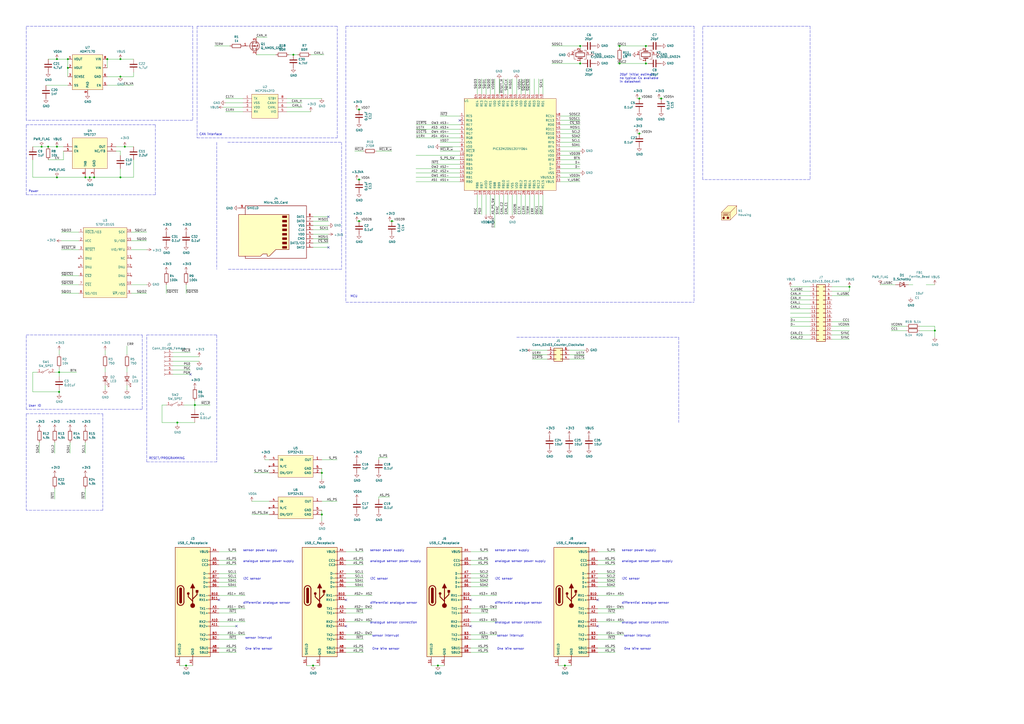
<source format=kicad_sch>
(kicad_sch (version 20211123) (generator eeschema)
  (paper "A2")
  (title_block (title "Sylvatica") (date "2019-07-04") (rev "3") (company "Olivier Pieters"))
  (junction (at 492.76 166.37))
  (junction (at 208.28 128.27))
  (junction (at 62.23 34.29))
  (junction (at 69.85 44.45))
  (junction (at 39.37 34.29))
  (junction (at 39.37 39.37))
  (junction (at 181.61 386.08))
  (junction (at 72.39 85.09))
  (junction (at 208.28 63.5))
  (junction (at 24.13 85.09))
  (junction (at 336.55 26.67))
  (junction (at 359.41 26.67))
  (junction (at 69.85 102.87))
  (junction (at 33.02 34.29))
  (junction (at 107.95 386.08))
  (junction (at 370.84 57.15))
  (junction (at 34.29 215.9))
  (junction (at 33.02 85.09))
  (junction (at 186.69 298.45))
  (junction (at 49.53 102.87))
  (junction (at 227.33 128.27))
  (junction (at 34.29 227.33))
  (junction (at 336.55 36.83))
  (junction (at 254 386.08))
  (junction (at 370.84 77.47))
  (junction (at 374.65 36.83))
  (junction (at 54.61 102.87))
  (junction (at 208.28 104.14))
  (junction (at 69.85 34.29))
  (junction (at 327.66 386.08))
  (junction (at 52.07 102.87))
  (junction (at 113.03 234.95))
  (junction (at 33.02 102.87))
  (junction (at 170.18 31.75))
  (junction (at 542.29 191.77))
  (junction (at 374.65 26.67))
  (junction (at 27.94 85.09))
  (junction (at 359.41 36.83))
  (junction (at 383.54 57.15))
  (junction (at 102.87 245.11))
  (junction (at 186.69 274.32))
  (no_connect (at 190.5 143.51))
  (no_connect (at 190.5 125.73))
  (no_connect (at 200.66 347.98))
  (no_connect (at 137.16 363.22))
  (no_connect (at 266.7 69.85))
  (no_connect (at 346.71 363.22))
  (no_connect (at 200.66 363.22))
  (no_connect (at 346.71 347.98))
  (no_connect (at 110.49 217.17))
  (no_connect (at 127 347.98))
  (no_connect (at 273.05 347.98))
  (no_connect (at 273.05 363.22))
  (wire (pts (xy 102.87 245.11) (xy 113.03 245.11)))
  (wire (pts (xy 359.41 26.67) (xy 374.65 26.67)))
  (wire (pts (xy 284.48 45.72) (xy 284.48 54.61)))
  (wire (pts (xy 210.82 378.46) (xy 200.66 378.46)))
  (wire (pts (xy 336.55 85.09) (xy 325.12 85.09)))
  (wire (pts (xy 36.83 87.63) (xy 36.83 92.71)))
  (wire (pts (xy 85.09 139.7) (xy 76.2 139.7)))
  (wire (pts (xy 346.71 368.3) (xy 361.95 368.3)))
  (wire (pts (xy 516.89 191.77) (xy 525.78 191.77)))
  (wire (pts (xy 241.3 80.01) (xy 266.7 80.01)))
  (wire (pts (xy 137.16 335.28) (xy 127 335.28)))
  (wire (pts (xy 250.19 386.08) (xy 254 386.08)))
  (polyline (pts (xy 15.24 194.31) (xy 82.55 194.31)))
  (wire (pts (xy 219.71 265.43) (xy 219.71 266.7)))
  (wire (pts (xy 62.23 34.29) (xy 62.23 39.37)))
  (wire (pts (xy 195.58 266.7) (xy 186.69 266.7)))
  (wire (pts (xy 309.88 45.72) (xy 309.88 54.61)))
  (wire (pts (xy 100.33 207.01) (xy 115.57 207.01)))
  (wire (pts (xy 302.26 124.46) (xy 302.26 113.03)))
  (wire (pts (xy 190.5 140.97) (xy 181.61 140.97)))
  (polyline (pts (xy 407.67 15.24) (xy 469.9 15.24)))
  (wire (pts (xy 24.13 85.09) (xy 27.94 85.09)))
  (wire (pts (xy 137.16 325.12) (xy 127 325.12)))
  (wire (pts (xy 62.23 44.45) (xy 69.85 44.45)))
  (wire (pts (xy 93.98 245.11) (xy 102.87 245.11)))
  (wire (pts (xy 60.96 205.74) (xy 60.96 203.2)))
  (wire (pts (xy 336.55 67.31) (xy 325.12 67.31)))
  (wire (pts (xy 356.87 325.12) (xy 346.71 325.12)))
  (wire (pts (xy 307.34 113.03) (xy 307.34 124.46)))
  (wire (pts (xy 137.16 363.22) (xy 127 363.22)))
  (wire (pts (xy 308.61 205.74) (xy 317.5 205.74)))
  (wire (pts (xy 241.3 74.93) (xy 266.7 74.93)))
  (wire (pts (xy 312.42 124.46) (xy 312.42 113.03)))
  (wire (pts (xy 294.64 124.46) (xy 294.64 113.03)))
  (wire (pts (xy 33.02 102.87) (xy 49.53 102.87)))
  (wire (pts (xy 359.41 36.83) (xy 374.65 36.83)))
  (wire (pts (xy 100.33 209.55) (xy 115.57 209.55)))
  (wire (pts (xy 207.01 104.14) (xy 208.28 104.14)))
  (polyline (pts (xy 15.24 69.85) (xy 15.24 15.24)))
  (wire (pts (xy 492.76 166.37) (xy 482.6 166.37)))
  (wire (pts (xy 110.49 214.63) (xy 100.33 214.63)))
  (wire (pts (xy 34.29 215.9) (xy 34.29 218.44)))
  (wire (pts (xy 93.98 234.95) (xy 93.98 245.11)))
  (wire (pts (xy 140.97 57.15) (xy 130.81 57.15)))
  (wire (pts (xy 153.67 266.7) (xy 156.21 266.7)))
  (wire (pts (xy 289.56 45.72) (xy 289.56 54.61)))
  (wire (pts (xy 336.55 27.94) (xy 336.55 26.67)))
  (wire (pts (xy 210.82 320.04) (xy 200.66 320.04)))
  (wire (pts (xy 226.06 128.27) (xy 227.33 128.27)))
  (wire (pts (xy 49.53 102.87) (xy 52.07 102.87)))
  (wire (pts (xy 542.29 189.23) (xy 542.29 191.77)))
  (wire (pts (xy 67.31 87.63) (xy 69.85 87.63)))
  (wire (pts (xy 336.55 82.55) (xy 325.12 82.55)))
  (polyline (pts (xy 90.17 113.03) (xy 15.24 113.03)))
  (wire (pts (xy 284.48 113.03) (xy 284.48 124.46)))
  (wire (pts (xy 336.55 26.67) (xy 337.82 26.67)))
  (wire (pts (xy 458.47 179.07) (xy 469.9 179.07)))
  (wire (pts (xy 492.76 186.69) (xy 482.6 186.69)))
  (wire (pts (xy 77.47 92.71) (xy 77.47 102.87)))
  (wire (pts (xy 69.85 44.45) (xy 77.47 44.45)))
  (polyline (pts (xy 85.09 267.97) (xy 85.09 194.31)))
  (wire (pts (xy 482.6 171.45) (xy 492.76 171.45)))
  (polyline (pts (xy 393.7 195.58) (xy 393.7 245.11)))
  (wire (pts (xy 210.82 355.6) (xy 200.66 355.6)))
  (wire (pts (xy 273.05 345.44) (xy 288.29 345.44)))
  (wire (pts (xy 210.82 335.28) (xy 200.66 335.28)))
  (wire (pts (xy 356.87 335.28) (xy 346.71 335.28)))
  (wire (pts (xy 356.87 370.84) (xy 346.71 370.84)))
  (wire (pts (xy 181.61 386.08) (xy 185.42 386.08)))
  (wire (pts (xy 49.53 262.89) (xy 49.53 256.54)))
  (polyline (pts (xy 111.76 15.24) (xy 111.76 69.85)))
  (wire (pts (xy 542.29 191.77) (xy 542.29 195.58)))
  (wire (pts (xy 336.55 102.87) (xy 325.12 102.87)))
  (wire (pts (xy 325.12 80.01) (xy 336.55 80.01)))
  (wire (pts (xy 458.47 186.69) (xy 469.9 186.69)))
  (wire (pts (xy 336.55 77.47) (xy 325.12 77.47)))
  (polyline (pts (xy 59.69 295.91) (xy 15.24 295.91)))
  (wire (pts (xy 106.68 234.95) (xy 113.03 234.95)))
  (polyline (pts (xy 90.17 72.39) (xy 90.17 113.03)))
  (wire (pts (xy 102.87 246.38) (xy 102.87 245.11)))
  (wire (pts (xy 255.27 92.71) (xy 266.7 92.71)))
  (wire (pts (xy 186.69 295.91) (xy 186.69 298.45)))
  (wire (pts (xy 537.21 165.1) (xy 542.29 165.1)))
  (polyline (pts (xy 469.9 15.24) (xy 469.9 104.14)))
  (wire (pts (xy 339.09 205.74) (xy 330.2 205.74)))
  (wire (pts (xy 323.85 386.08) (xy 327.66 386.08)))
  (wire (pts (xy 208.28 63.5) (xy 209.55 63.5)))
  (wire (pts (xy 85.09 165.1) (xy 76.2 165.1)))
  (wire (pts (xy 127 353.06) (xy 142.24 353.06)))
  (polyline (pts (xy 15.24 240.03) (xy 15.24 295.91)))
  (wire (pts (xy 35.56 139.7) (xy 45.72 139.7)))
  (wire (pts (xy 336.55 90.17) (xy 325.12 90.17)))
  (wire (pts (xy 77.47 102.87) (xy 69.85 102.87)))
  (wire (pts (xy 110.49 204.47) (xy 100.33 204.47)))
  (wire (pts (xy 67.31 85.09) (xy 72.39 85.09)))
  (wire (pts (xy 510.54 165.1) (xy 519.43 165.1)))
  (wire (pts (xy 127 360.68) (xy 142.24 360.68)))
  (wire (pts (xy 383.54 57.15) (xy 384.81 57.15)))
  (wire (pts (xy 492.76 191.77) (xy 482.6 191.77)))
  (wire (pts (xy 34.29 227.33) (xy 34.29 228.6)))
  (wire (pts (xy 177.8 386.08) (xy 181.61 386.08)))
  (wire (pts (xy 146.05 290.83) (xy 156.21 290.83)))
  (wire (pts (xy 73.66 205.74) (xy 73.66 200.66)))
  (wire (pts (xy 346.71 353.06) (xy 361.95 353.06)))
  (wire (pts (xy 96.52 234.95) (xy 93.98 234.95)))
  (wire (pts (xy 255.27 85.09) (xy 266.7 85.09)))
  (wire (pts (xy 273.05 353.06) (xy 288.29 353.06)))
  (wire (pts (xy 210.82 325.12) (xy 200.66 325.12)))
  (wire (pts (xy 292.1 45.72) (xy 292.1 54.61)))
  (wire (pts (xy 492.76 168.91) (xy 492.76 166.37)))
  (wire (pts (xy 294.64 45.72) (xy 294.64 54.61)))
  (wire (pts (xy 241.3 100.33) (xy 266.7 100.33)))
  (polyline (pts (xy 15.24 237.49) (xy 15.24 194.31)))
  (wire (pts (xy 266.7 67.31) (xy 255.27 67.31)))
  (polyline (pts (xy 111.76 69.85) (xy 15.24 69.85)))
  (polyline (pts (xy 15.24 72.39) (xy 90.17 72.39)))
  (wire (pts (xy 62.23 34.29) (xy 69.85 34.29)))
  (wire (pts (xy 224.79 265.43) (xy 219.71 265.43)))
  (wire (pts (xy 297.18 45.72) (xy 297.18 54.61)))
  (wire (pts (xy 190.5 143.51) (xy 181.61 143.51)))
  (polyline (pts (xy 195.58 80.01) (xy 195.58 15.24)))
  (wire (pts (xy 482.6 168.91) (xy 492.76 168.91)))
  (wire (pts (xy 314.96 45.72) (xy 314.96 54.61)))
  (wire (pts (xy 339.09 208.28) (xy 330.2 208.28)))
  (polyline (pts (xy 469.9 104.14) (xy 407.67 104.14)))
  (wire (pts (xy 127 368.3) (xy 142.24 368.3)))
  (wire (pts (xy 356.87 337.82) (xy 346.71 337.82)))
  (wire (pts (xy 200.66 368.3) (xy 215.9 368.3)))
  (wire (pts (xy 458.47 196.85) (xy 469.9 196.85)))
  (wire (pts (xy 121.92 234.95) (xy 113.03 234.95)))
  (wire (pts (xy 336.55 36.83) (xy 337.82 36.83)))
  (wire (pts (xy 227.33 128.27) (xy 228.6 128.27)))
  (wire (pts (xy 374.65 27.94) (xy 374.65 26.67)))
  (wire (pts (xy 273.05 340.36) (xy 283.21 340.36)))
  (wire (pts (xy 35.56 170.18) (xy 45.72 170.18)))
  (wire (pts (xy 307.34 45.72) (xy 307.34 54.61)))
  (wire (pts (xy 218.44 87.63) (xy 227.33 87.63)))
  (wire (pts (xy 77.47 49.53) (xy 62.23 49.53)))
  (wire (pts (xy 73.66 226.06) (xy 73.66 223.52)))
  (polyline (pts (xy 15.24 240.03) (xy 59.69 240.03)))
  (polyline (pts (xy 132.08 82.55) (xy 198.12 82.55)))
  (wire (pts (xy 35.56 134.62) (xy 45.72 134.62)))
  (wire (pts (xy 283.21 355.6) (xy 273.05 355.6)))
  (wire (pts (xy 327.66 386.08) (xy 331.47 386.08)))
  (wire (pts (xy 52.07 102.87) (xy 54.61 102.87)))
  (wire (pts (xy 39.37 39.37) (xy 39.37 34.29)))
  (wire (pts (xy 137.16 378.46) (xy 127 378.46)))
  (wire (pts (xy 110.49 217.17) (xy 100.33 217.17)))
  (wire (pts (xy 458.47 189.23) (xy 469.9 189.23)))
  (wire (pts (xy 370.84 57.15) (xy 372.11 57.15)))
  (wire (pts (xy 210.82 337.82) (xy 200.66 337.82)))
  (wire (pts (xy 113.03 237.49) (xy 113.03 234.95)))
  (wire (pts (xy 533.4 189.23) (xy 542.29 189.23)))
  (wire (pts (xy 250.19 95.25) (xy 266.7 95.25)))
  (wire (pts (xy 190.5 128.27) (xy 181.61 128.27)))
  (wire (pts (xy 190.5 130.81) (xy 181.61 130.81)))
  (polyline (pts (xy 125.73 194.31) (xy 125.73 267.97)))
  (wire (pts (xy 200.66 360.68) (xy 215.9 360.68)))
  (wire (pts (xy 170.18 31.75) (xy 167.64 31.75)))
  (wire (pts (xy 85.09 170.18) (xy 76.2 170.18)))
  (wire (pts (xy 69.85 87.63) (xy 69.85 90.17)))
  (wire (pts (xy 356.87 332.74) (xy 346.71 332.74)))
  (wire (pts (xy 31.75 262.89) (xy 31.75 256.54)))
  (wire (pts (xy 458.47 171.45) (xy 469.9 171.45)))
  (wire (pts (xy 186.69 274.32) (xy 186.69 278.13)))
  (wire (pts (xy 27.94 34.29) (xy 33.02 34.29)))
  (wire (pts (xy 336.55 72.39) (xy 325.12 72.39)))
  (wire (pts (xy 140.97 64.77) (xy 130.81 64.77)))
  (polyline (pts (xy 402.59 15.24) (xy 402.59 175.26)))
  (wire (pts (xy 359.41 27.94) (xy 359.41 26.67)))
  (wire (pts (xy 374.65 35.56) (xy 374.65 36.83)))
  (wire (pts (xy 200.66 340.36) (xy 210.82 340.36)))
  (wire (pts (xy 336.55 92.71) (xy 325.12 92.71)))
  (wire (pts (xy 146.05 298.45) (xy 156.21 298.45)))
  (polyline (pts (xy 198.12 156.21) (xy 132.08 156.21)))
  (wire (pts (xy 359.41 35.56) (xy 359.41 36.83)))
  (wire (pts (xy 283.21 332.74) (xy 273.05 332.74)))
  (wire (pts (xy 210.82 375.92) (xy 200.66 375.92)))
  (wire (pts (xy 283.21 327.66) (xy 273.05 327.66)))
  (wire (pts (xy 19.05 85.09) (xy 24.13 85.09)))
  (wire (pts (xy 288.29 360.68) (xy 273.05 360.68)))
  (wire (pts (xy 208.28 104.14) (xy 209.55 104.14)))
  (wire (pts (xy 255.27 87.63) (xy 266.7 87.63)))
  (wire (pts (xy 27.94 85.09) (xy 33.02 85.09)))
  (wire (pts (xy 207.01 128.27) (xy 208.28 128.27)))
  (wire (pts (xy 297.18 124.46) (xy 297.18 113.03)))
  (polyline (pts (xy 200.66 15.24) (xy 402.59 15.24)))
  (wire (pts (xy 309.88 113.03) (xy 309.88 124.46)))
  (wire (pts (xy 85.09 134.62) (xy 76.2 134.62)))
  (wire (pts (xy 22.86 262.89) (xy 22.86 256.54)))
  (wire (pts (xy 336.55 95.25) (xy 325.12 95.25)))
  (wire (pts (xy 208.28 128.27) (xy 209.55 128.27)))
  (wire (pts (xy 283.21 337.82) (xy 273.05 337.82)))
  (wire (pts (xy 346.71 345.44) (xy 361.95 345.44)))
  (wire (pts (xy 458.47 173.99) (xy 469.9 173.99)))
  (wire (pts (xy 516.89 189.23) (xy 525.78 189.23)))
  (wire (pts (xy 356.87 327.66) (xy 346.71 327.66)))
  (wire (pts (xy 195.58 290.83) (xy 186.69 290.83)))
  (wire (pts (xy 19.05 227.33) (xy 34.29 227.33)))
  (polyline (pts (xy 114.3 15.24) (xy 114.3 80.01)))
  (wire (pts (xy 200.66 353.06) (xy 215.9 353.06)))
  (wire (pts (xy 276.86 113.03) (xy 276.86 124.46)))
  (wire (pts (xy 369.57 57.15) (xy 370.84 57.15)))
  (wire (pts (xy 35.56 160.02) (xy 45.72 160.02)))
  (wire (pts (xy 35.56 165.1) (xy 45.72 165.1)))
  (wire (pts (xy 241.3 90.17) (xy 266.7 90.17)))
  (polyline (pts (xy 200.66 175.26) (xy 402.59 175.26)))
  (wire (pts (xy 73.66 215.9) (xy 73.66 213.36)))
  (wire (pts (xy 186.69 271.78) (xy 186.69 274.32)))
  (polyline (pts (xy 299.72 195.58) (xy 393.7 195.58)))
  (wire (pts (xy 336.55 97.79) (xy 325.12 97.79)))
  (wire (pts (xy 140.97 59.69) (xy 130.81 59.69)))
  (wire (pts (xy 34.29 203.2) (xy 34.29 205.74)))
  (polyline (pts (xy 15.24 15.24) (xy 111.76 15.24)))
  (wire (pts (xy 241.3 77.47) (xy 266.7 77.47)))
  (wire (pts (xy 137.16 355.6) (xy 127 355.6)))
  (wire (pts (xy 140.97 62.23) (xy 129.54 62.23)))
  (wire (pts (xy 107.95 386.08) (xy 111.76 386.08)))
  (wire (pts (xy 299.72 45.72) (xy 299.72 54.61)))
  (wire (pts (xy 458.47 166.37) (xy 469.9 166.37)))
  (wire (pts (xy 279.4 45.72) (xy 279.4 54.61)))
  (wire (pts (xy 137.16 337.82) (xy 127 337.82)))
  (wire (pts (xy 19.05 92.71) (xy 19.05 102.87)))
  (wire (pts (xy 127 340.36) (xy 137.16 340.36)))
  (wire (pts (xy 137.16 327.66) (xy 127 327.66)))
  (wire (pts (xy 44.45 215.9) (xy 34.29 215.9)))
  (wire (pts (xy 283.21 375.92) (xy 273.05 375.92)))
  (wire (pts (xy 287.02 113.03) (xy 287.02 132.08)))
  (wire (pts (xy 336.55 35.56) (xy 336.55 36.83)))
  (wire (pts (xy 287.02 54.61) (xy 287.02 45.72)))
  (wire (pts (xy 137.16 320.04) (xy 127 320.04)))
  (wire (pts (xy 346.71 340.36) (xy 356.87 340.36)))
  (wire (pts (xy 356.87 320.04) (xy 346.71 320.04)))
  (polyline (pts (xy 198.12 82.55) (xy 198.12 156.21)))
  (wire (pts (xy 241.3 102.87) (xy 266.7 102.87)))
  (wire (pts (xy 458.47 168.91) (xy 469.9 168.91)))
  (wire (pts (xy 210.82 87.63) (xy 205.74 87.63)))
  (wire (pts (xy 137.16 370.84) (xy 127 370.84)))
  (wire (pts (xy 180.34 64.77) (xy 166.37 64.77)))
  (wire (pts (xy 361.95 360.68) (xy 346.71 360.68)))
  (wire (pts (xy 77.47 44.45) (xy 77.47 41.91)))
  (wire (pts (xy 19.05 102.87) (xy 33.02 102.87)))
  (wire (pts (xy 283.21 335.28) (xy 273.05 335.28)))
  (wire (pts (xy 320.04 36.83) (xy 336.55 36.83)))
  (wire (pts (xy 148.59 21.59) (xy 154.94 21.59)))
  (wire (pts (xy 458.47 184.15) (xy 469.9 184.15)))
  (wire (pts (xy 458.47 176.53) (xy 469.9 176.53)))
  (wire (pts (xy 281.94 113.03) (xy 281.94 124.46)))
  (wire (pts (xy 39.37 49.53) (xy 26.67 49.53)))
  (wire (pts (xy 181.61 133.35) (xy 190.5 133.35)))
  (wire (pts (xy 127 345.44) (xy 142.24 345.44)))
  (wire (pts (xy 36.83 92.71) (xy 27.94 92.71)))
  (wire (pts (xy 339.09 203.2) (xy 330.2 203.2)))
  (wire (pts (xy 369.57 77.47) (xy 370.84 77.47)))
  (wire (pts (xy 276.86 45.72) (xy 276.86 54.61)))
  (wire (pts (xy 292.1 113.03) (xy 292.1 124.46)))
  (wire (pts (xy 458.47 181.61) (xy 469.9 181.61)))
  (wire (pts (xy 148.59 31.75) (xy 160.02 31.75)))
  (polyline (pts (xy 82.55 237.49) (xy 15.24 237.49)))
  (wire (pts (xy 320.04 26.67) (xy 336.55 26.67)))
  (wire (pts (xy 69.85 97.79) (xy 69.85 102.87)))
  (wire (pts (xy 255.27 82.55) (xy 266.7 82.55)))
  (wire (pts (xy 279.4 113.03) (xy 279.4 124.46)))
  (wire (pts (xy 314.96 124.46) (xy 314.96 113.03)))
  (wire (pts (xy 308.61 208.28) (xy 317.5 208.28)))
  (wire (pts (xy 175.26 62.23) (xy 166.37 62.23)))
  (wire (pts (xy 358.14 26.67) (xy 359.41 26.67)))
  (wire (pts (xy 34.29 226.06) (xy 34.29 227.33)))
  (wire (pts (xy 325.12 100.33) (xy 336.55 100.33)))
  (wire (pts (xy 210.82 327.66) (xy 200.66 327.66)))
  (wire (pts (xy 19.05 215.9) (xy 21.59 215.9)))
  (wire (pts (xy 33.02 85.09) (xy 36.83 85.09)))
  (polyline (pts (xy 195.58 15.24) (xy 114.3 15.24)))
  (polyline (pts (xy 82.55 194.31) (xy 82.55 237.49)))
  (wire (pts (xy 219.71 288.29) (xy 219.71 289.56)))
  (wire (pts (xy 312.42 45.72) (xy 312.42 54.61)))
  (polyline (pts (xy 85.09 194.31) (xy 125.73 194.31)))
  (wire (pts (xy 33.02 34.29) (xy 39.37 34.29)))
  (wire (pts (xy 374.65 26.67) (xy 375.92 26.67)))
  (wire (pts (xy 492.76 196.85) (xy 482.6 196.85)))
  (wire (pts (xy 19.05 215.9) (xy 19.05 227.33)))
  (wire (pts (xy 207.01 63.5) (xy 208.28 63.5)))
  (wire (pts (xy 60.96 223.52) (xy 60.96 226.06)))
  (wire (pts (xy 85.09 144.78) (xy 76.2 144.78)))
  (wire (pts (xy 370.84 77.47) (xy 372.11 77.47)))
  (wire (pts (xy 137.16 332.74) (xy 127 332.74)))
  (wire (pts (xy 358.14 36.83) (xy 359.41 36.83)))
  (wire (pts (xy 39.37 44.45) (xy 39.37 39.37)))
  (wire (pts (xy 281.94 45.72) (xy 281.94 54.61)))
  (wire (pts (xy 31.75 283.21) (xy 31.75 289.56)))
  (wire (pts (xy 241.3 72.39) (xy 266.7 72.39)))
  (wire (pts (xy 124.46 26.67) (xy 133.35 26.67)))
  (polyline (pts (xy 15.24 113.03) (xy 15.24 72.39)))
  (wire (pts (xy 190.5 135.89) (xy 181.61 135.89)))
  (polyline (pts (xy 114.3 80.01) (xy 195.58 80.01)))
  (wire (pts (xy 336.55 69.85) (xy 325.12 69.85)))
  (wire (pts (xy 254 386.08) (xy 257.81 386.08)))
  (wire (pts (xy 190.5 125.73) (xy 181.61 125.73)))
  (wire (pts (xy 492.76 189.23) (xy 482.6 189.23)))
  (wire (pts (xy 137.16 375.92) (xy 127 375.92)))
  (wire (pts (xy 210.82 370.84) (xy 200.66 370.84)))
  (wire (pts (xy 283.21 325.12) (xy 273.05 325.12)))
  (polyline (pts (xy 125.73 82.55) (xy 125.73 156.21)))
  (wire (pts (xy 187.96 31.75) (xy 180.34 31.75)))
  (wire (pts (xy 304.8 124.46) (xy 304.8 113.03)))
  (wire (pts (xy 304.8 45.72) (xy 304.8 54.61)))
  (wire (pts (xy 382.27 57.15) (xy 383.54 57.15)))
  (wire (pts (xy 356.87 378.46) (xy 346.71 378.46)))
  (wire (pts (xy 458.47 194.31) (xy 469.9 194.31)))
  (wire (pts (xy 241.3 105.41) (xy 266.7 105.41)))
  (wire (pts (xy 49.53 283.21) (xy 49.53 289.56)))
  (wire (pts (xy 374.65 36.83) (xy 375.92 36.83)))
  (wire (pts (xy 166.37 57.15) (xy 186.69 57.15)))
  (wire (pts (xy 110.49 212.09) (xy 100.33 212.09)))
  (wire (pts (xy 34.29 215.9) (xy 34.29 213.36)))
  (wire (pts (xy 336.55 87.63) (xy 325.12 87.63)))
  (wire (pts (xy 40.64 262.89) (xy 40.64 256.54)))
  (wire (pts (xy 273.05 368.3) (xy 288.29 368.3)))
  (wire (pts (xy 60.96 213.36) (xy 60.96 215.9)))
  (wire (pts (xy 69.85 34.29) (xy 77.47 34.29)))
  (wire (pts (xy 147.32 274.32) (xy 156.21 274.32)))
  (polyline (pts (xy 125.73 267.97) (xy 85.09 267.97)))
  (wire (pts (xy 356.87 375.92) (xy 346.71 375.92)))
  (wire (pts (xy 283.21 370.84) (xy 273.05 370.84)))
  (wire (pts (xy 527.05 165.1) (xy 529.59 165.1)))
  (polyline (pts (xy 407.67 104.14) (xy 407.67 15.24)))
  (wire (pts (xy 104.14 386.08) (xy 107.95 386.08)))
  (wire (pts (xy 107.95 165.1) (xy 107.95 170.18)))
  (wire (pts (xy 35.56 144.78) (xy 45.72 144.78)))
  (wire (pts (xy 72.39 85.09) (xy 77.47 85.09)))
  (wire (pts (xy 302.26 45.72) (xy 302.26 54.61)))
  (wire (pts (xy 289.56 113.03) (xy 289.56 124.46)))
  (polyline (pts (xy 200.66 15.24) (xy 200.66 175.26)))
  (wire (pts (xy 336.55 74.93) (xy 325.12 74.93)))
  (wire (pts (xy 308.61 203.2) (xy 317.5 203.2)))
  (wire (pts (xy 241.3 97.79) (xy 266.7 97.79)))
  (wire (pts (xy 283.21 378.46) (xy 273.05 378.46)))
  (wire (pts (xy 190.5 138.43) (xy 181.61 138.43)))
  (wire (pts (xy 492.76 194.31) (xy 482.6 194.31)))
  (wire (pts (xy 542.29 191.77) (xy 533.4 191.77)))
  (wire (pts (xy 113.03 234.95) (xy 113.03 232.41)))
  (polyline (pts (xy 59.69 240.03) (xy 59.69 295.91)))
  (wire (pts (xy 336.55 105.41) (xy 325.12 105.41)))
  (wire (pts (xy 356.87 355.6) (xy 346.71 355.6)))
  (wire (pts (xy 226.06 288.29) (xy 219.71 288.29)))
  (wire (pts (xy 175.26 59.69) (xy 166.37 59.69)))
  (wire (pts (xy 96.52 165.1) (xy 96.52 170.18)))
  (wire (pts (xy 54.61 102.87) (xy 69.85 102.87)))
  (wire (pts (xy 186.69 298.45) (xy 186.69 302.26)))
  (wire (pts (xy 172.72 31.75) (xy 170.18 31.75)))
  (wire (pts (xy 283.21 320.04) (xy 273.05 320.04)))
  (wire (pts (xy 299.72 124.46) (xy 299.72 113.03)))
  (wire (pts (xy 31.75 215.9) (xy 34.29 215.9)))
  (wire (pts (xy 200.66 345.44) (xy 215.9 345.44)))
  (wire (pts (xy 210.82 332.74) (xy 200.66 332.74)))
  (text "sensor power supply" (at 214.63 320.04 0) (effects (font (size 1.27 1.27)) (justify left bottom)))
  (text "sensor interrupt" (at 361.95 369.57 0) (effects (font (size 1.27 1.27)) (justify left bottom)))
  (text "analogue sensor power supply" (at 360.68 326.39 0) (effects (font (size 1.27 1.27)) (justify left bottom)))
  (text "analogue sensor power supply" (at 214.63 326.39 0) (effects (font (size 1.27 1.27)) (justify left bottom)))
  (text "sensor power supply" (at 360.68 320.04 0) (effects (font (size 1.27 1.27)) (justify left bottom)))
  (text "20pF initial estimate, \nno typical Cs available \nin datasheet" (at 359.41 48.26 0) (effects (font (size 1.27 1.27)) (justify left bottom)))
  (text "One Wire sensor\n" (at 288.29 377.19 0) (effects (font (size 1.27 1.27)) (justify left bottom)))
  (text "analogue sensor power supply" (at 287.02 326.39 0) (effects (font (size 1.27 1.27)) (justify left bottom)))
  (text "RESET/PROGRAMMING" (at 86.36 266.7 0) (effects (font (size 1.27 1.27)) (justify left bottom)))
  (text "sensor power supply" (at 140.97 320.04 0) (effects (font (size 1.27 1.27)) (justify left bottom)))
  (text "CAN interface" (at 115.57 78.74 0) (effects (font (size 1.27 1.27)) (justify left bottom)))
  (text "sensor interrupt" (at 215.9 369.57 0) (effects (font (size 1.27 1.27)) (justify left bottom)))
  (text "differential analogue sensor" (at 214.63 350.52 0) (effects (font (size 1.27 1.27)) (justify left bottom)))
  (text "differential analogue sensor" (at 287.02 350.52 0) (effects (font (size 1.27 1.27)) (justify left bottom)))
  (text "analogue sensor connection" (at 214.63 361.95 0) (effects (font (size 1.27 1.27)) (justify left bottom)))
  (text "One Wire sensor\n" (at 215.9 377.19 0) (effects (font (size 1.27 1.27)) (justify left bottom)))
  (text "I2C sensor" (at 287.02 336.55 0) (effects (font (size 1.27 1.27)) (justify left bottom)))
  (text "analogue sensor power supply" (at 140.97 326.39 0) (effects (font (size 1.27 1.27)) (justify left bottom)))
  (text "sensor interrupt" (at 142.24 370.84 0) (effects (font (size 1.27 1.27)) (justify left bottom)))
  (text "I2C sensor" (at 214.63 336.55 0) (effects (font (size 1.27 1.27)) (justify left bottom)))
  (text "I2C sensor" (at 360.68 336.55 0) (effects (font (size 1.27 1.27)) (justify left bottom)))
  (text "MCU" (at 203.2 172.72 0) (effects (font (size 1.27 1.27)) (justify left bottom)))
  (text "sensor power supply" (at 287.02 320.04 0) (effects (font (size 1.27 1.27)) (justify left bottom)))
  (text "I2C sensor" (at 140.97 336.55 0) (effects (font (size 1.27 1.27)) (justify left bottom)))
  (text "differential analogue sensor" (at 360.68 350.52 0) (effects (font (size 1.27 1.27)) (justify left bottom)))
  (text "sensor interrupt" (at 288.29 369.57 0) (effects (font (size 1.27 1.27)) (justify left bottom)))
  (text "User IO" (at 16.51 236.22 0) (effects (font (size 1.27 1.27)) (justify left bottom)))
  (text "analogue sensor connection" (at 360.68 361.95 0) (effects (font (size 1.27 1.27)) (justify left bottom)))
  (text "analogue sensor connection" (at 287.02 361.95 0) (effects (font (size 1.27 1.27)) (justify left bottom)))
  (text "differential analogue sensor" (at 140.97 350.52 0) (effects (font (size 1.27 1.27)) (justify left bottom)))
  (text "One Wire sensor\n" (at 142.24 377.19 0) (effects (font (size 1.27 1.27)) (justify left bottom)))
  (text "One Wire sensor\n" (at 361.95 377.19 0) (effects (font (size 1.27 1.27)) (justify left bottom)))
  (text "Power" (at 16.51 111.76 0) (effects (font (size 1.27 1.27)) (justify left bottom)))
  (label "AS2" (at 215.9 360.68 180))
  (label "S_PS" (at 356.87 320.04 180))
  (label "AS3+" (at 283.21 360.68 180))
  (label "SQID0" (at 284.48 45.72 270))
  (label "OSC1" (at 312.42 124.46 90))
  (label "SQICLK" (at 294.64 45.72 270))
  (label "AS4" (at 250.19 80.01 0))
  (label "~{SQICS1}" (at 304.8 45.72 270))
  (label "~{U1CTS}" (at 241.3 77.47 0))
  (label "~{INT1}" (at 31.75 289.56 90))
  (label "VDD54" (at 302.26 45.72 270))
  (label "ERR" (at 309.88 124.46 90))
  (label "CAN_H" (at 458.47 171.45 0))
  (label "AS_PS_SW" (at 287.02 124.46 90))
  (label "VDD39" (at 336.55 90.17 180))
  (label "C1TX" (at 130.81 57.15 0))
  (label "OSC2" (at 358.14 36.83 0))
  (label "V_USBC" (at 336.55 105.41 180))
  (label "BTN" (at 336.55 92.71 180))
  (label "AS1+" (at 137.16 360.68 180))
  (label "~{INT2}" (at 356.87 355.6 180))
  (label "D-" (at 336.55 97.79 180))
  (label "MISO1" (at 190.5 128.27 180))
  (label "SDA1" (at 40.64 262.89 90))
  (label "S_PS" (at 224.79 265.43 180))
  (label "~{RESET_M}" (at 35.56 144.78 0))
  (label "AS3" (at 250.19 74.93 0))
  (label "SDA1" (at 137.16 340.36 180))
  (label "TERM" (at 307.34 124.46 90))
  (label "SOSC2" (at 320.04 36.83 0))
  (label "AS_PS" (at 210.82 378.46 180))
  (label "SQID1" (at 281.94 45.72 270))
  (label "AS_PS" (at 356.87 375.92 180))
  (label "CAN_C2" (at 292.1 124.46 90))
  (label "SDA1" (at 336.55 85.09 180))
  (label "SDA1" (at 137.16 337.82 180))
  (label "AS1-" (at 137.16 368.3 180))
  (label "~{INT2}" (at 49.53 289.56 90))
  (label "OW1" (at 142.24 353.06 180))
  (label "OW3" (at 288.29 353.06 180))
  (label "AS_PS" (at 356.87 378.46 180))
  (label "SQICLK" (at 85.09 134.62 180))
  (label "AS1+" (at 137.16 345.44 180))
  (label "SDA1" (at 210.82 337.82 180))
  (label "AS2-" (at 255.27 97.79 0))
  (label "~{INT1}" (at 137.16 355.6 180))
  (label "AS_PS" (at 195.58 290.83 180))
  (label "VDD7" (at 255.27 82.55 0))
  (label "~{U1RTS}" (at 241.3 72.39 0))
  (label "V_USBC" (at 458.47 168.91 0))
  (label "~{SQICS0}" (at 307.34 45.72 270))
  (label "AS_PS" (at 283.21 325.12 180))
  (label "SDA1" (at 210.82 340.36 180))
  (label "U1RX" (at 308.61 205.74 0))
  (label "SDA2" (at 283.21 337.82 180))
  (label "AS_PS" (at 283.21 375.92 180))
  (label "AS2+" (at 255.27 100.33 0))
  (label "SOSC2" (at 336.55 67.31 180))
  (label "S_PS" (at 210.82 320.04 180))
  (label "SDA2" (at 283.21 340.36 180))
  (label "AS2-" (at 210.82 353.06 180))
  (label "~{CS_SD}" (at 336.55 72.39 180))
  (label "SQID3" (at 276.86 45.72 270))
  (label "OW4" (at 361.95 368.3 180))
  (label "AS3-" (at 255.27 72.39 0))
  (label "AS_PS" (at 137.16 375.92 180))
  (label "~{SQICS1}" (at 96.52 170.18 0))
  (label "CC1" (at 516.89 191.77 0))
  (label "C1RX" (at 130.81 64.77 0))
  (label "AS_PS" (at 283.21 327.66 180))
  (label "D+" (at 336.55 95.25 180))
  (label "CC1" (at 492.76 186.69 180))
  (label "S_PS_SW" (at 147.32 274.32 0))
  (label "AS4+" (at 255.27 80.01 0))
  (label "SYNC" (at 492.76 194.31 180))
  (label "SCL2" (at 336.55 77.47 180))
  (label "AS4" (at 361.95 360.68 180))
  (label "AS_PS" (at 210.82 325.12 180))
  (label "~{INT2}" (at 255.27 67.31 0))
  (label "AS4-" (at 356.87 353.06 180))
  (label "~{INT2}" (at 283.21 370.84 180))
  (label "SCL1" (at 137.16 332.74 180))
  (label "SDA2" (at 356.87 337.82 180))
  (label "SQID3" (at 35.56 134.62 0))
  (label "AS1" (at 250.19 105.41 0))
  (label "AS_PS" (at 283.21 378.46 180))
  (label "~{U1RTS}" (at 308.61 208.28 0))
  (label "SCL2" (at 356.87 335.28 180))
  (label "SQID2" (at 279.4 45.72 270))
  (label "AS_PS" (at 137.16 325.12 180))
  (label "AS2+" (at 210.82 345.44 180))
  (label "MOSI1" (at 190.5 138.43 180))
  (label "AS4+" (at 356.87 345.44 180))
  (label "OW1" (at 142.24 368.3 180))
  (label "AS1-" (at 137.16 353.06 180))
  (label "CAN_L" (at 458.47 179.07 0))
  (label "CAN_C1" (at 294.64 124.46 90))
  (label "S_PS" (at 195.58 266.7 180))
  (label "CAN_H" (at 175.26 59.69 180))
  (label "PGD" (at 110.49 212.09 180))
  (label "AS3" (at 288.29 345.44 180))
  (label "~{CS_SD}" (at 190.5 140.97 180))
  (label "AS3+" (at 255.27 74.93 0))
  (label "SCL2" (at 356.87 332.74 180))
  (label "D-" (at 458.47 189.23 0))
  (label "VCONN" (at 516.89 189.23 0))
  (label "CAN_L" (at 458.47 176.53 0))
  (label "AS2-" (at 210.82 368.3 180))
  (label "SYNC" (at 289.56 124.46 90))
  (label "SCL2" (at 283.21 335.28 180))
  (label "~{MCLR}" (at 205.74 87.63 0))
  (label "SCL1" (at 49.53 262.89 90))
  (label "~{INT1}" (at 210.82 355.6 180))
  (label "VDD34" (at 336.55 102.87 180))
  (label "SDA2" (at 336.55 80.01 180))
  (label "SCL2" (at 31.75 262.89 90))
  (label "S_PS" (at 283.21 320.04 180))
  (label "AS2" (at 250.19 100.33 0))
  (label "OW2" (at 215.9 353.06 180))
  (label "~{SQICS1}" (at 35.56 160.02 0))
  (label "AS3-" (at 283.21 353.06 180))
  (label "CAN_H" (at 458.47 173.99 0))
  (label "BTN" (at 44.45 215.9 180))
  (label "~{SQICS0}" (at 107.95 170.18 0))
  (label "EN" (at 31.75 92.71 0))
  (label "CAN_H" (at 154.94 21.59 180))
  (label "OSC1" (at 358.14 26.67 0))
  (label "~{MCLR_w}" (at 255.27 87.63 0))
  (label "S_PS" (at 137.16 320.04 180))
  (label "AS1" (at 142.24 345.44 180))
  (label "U1RX" (at 241.3 80.01 0))
  (label "OW4" (at 250.19 77.47 0))
  (label "PGD" (at 279.4 124.46 90))
  (label "AS1-" (at 255.27 102.87 0))
  (label "CAN_L" (at 175.26 62.23 180))
  (label "~{INT1}" (at 137.16 370.84 180))
  (label "AS3-" (at 283.21 368.3 180))
  (label "~{INT2}" (at 283.21 355.6 180))
  (label "CAN_C2" (at 458.47 196.85 0))
  (label "MISO1" (at 297.18 45.72 270))
  (label "EN_VA" (at 77.47 49.53 180))
  (label "AS4+" (at 356.87 360.68 180))
  (label "VDDA" (at 209.55 104.14 0))
  (label "AS3+" (at 283.21 345.44 180))
  (label "OW4" (at 361.95 353.06 180))
  (label "VDD34" (at 372.11 77.47 0))
  (label "VDD26" (at 299.72 124.46 90))
  (label "EN_VA" (at 287.02 132.08 90))
  (label "AS_PS" (at 210.82 375.92 180))
  (label "AS4-" (at 255.27 77.47 0))
  (label "VDD60" (at 372.11 57.15 0))
  (label "VDD39" (at 228.6 128.27 0))
  (label "SQID2" (at 85.09 170.18 180))
  (label "AS4-" (at 356.87 368.3 180))
  (label "VDD54" (at 384.81 57.15 0))
  (label "~{MCLR}" (at 110.49 204.47 180))
  (label "SCL1" (at 137.16 335.28 180))
  (label "SCL1" (at 210.82 335.28 180))
  (label "~{INT2}" (at 356.87 370.84 180))
  (label "OW2" (at 215.9 368.3 180))
  (label "MOSI1" (at 336.55 74.93 180))
  (label "SQID0" (at 85.09 139.7 180))
  (label "~{MCLR_w}" (at 227.33 87.63 180))
  (label "V_USBC" (at 510.54 165.1 0))
  (label "VCONN" (at 492.76 189.23 180))
  (label "TERM" (at 124.46 26.67 0))
  (label "PGC" (at 110.49 214.63 180))
  (label "~{INT1}" (at 250.19 95.25 0))
  (label "AS_PS" (at 137.16 327.66 180))
  (label "~{U1CTS}" (at 339.09 208.28 180))
  (label "OSC2" (at 314.96 124.46 90))
  (label "VDD26" (at 209.55 128.27 0))
  (label "ERR" (at 73.66 200.66 0))
  (label "U1TX" (at 339.09 205.74 180))
  (label "AS_PS" (at 137.16 378.46 180))
  (label "AS3" (at 288.29 360.68 180))
  (label "OW2" (at 250.19 97.79 0))
  (label "SYNC" (at 492.76 196.85 180))
  (label "U1TX" (at 241.3 74.93 0))
  (label "AS_PS_SW" (at 146.05 298.45 0))
  (label "AS1+" (at 255.27 105.41 0))
  (label "SCL2" (at 283.21 332.74 180))
  (label "AS_PS" (at 210.82 327.66 180))
  (label "~{SQICS0}" (at 35.56 165.1 0))
  (label "D+" (at 458.47 186.69 0))
  (label "AS4" (at 361.95 345.44 180))
  (label "CAN_C1" (at 458.47 194.31 0))
  (label "C1RX" (at 304.8 124.46 90))
  (label "SDA2" (at 356.87 340.36 180))
  (label "C1TX" (at 302.26 124.46 90))
  (label "SCL1" (at 336.55 82.55 180))
  (label "AS2" (at 215.9 345.44 180))
  (label "~{MCLR}" (at 121.92 234.95 180))
  (label "VDD7" (at 209.55 63.5 0))
  (label "OW1" (at 250.19 102.87 0))
  (label "AS_PS" (at 226.06 288.29 180))
  (label "AS1" (at 142.24 360.68 180))
  (label "SCL1" (at 210.82 332.74 180))
  (label "~{INT1}" (at 210.82 370.84 180))
  (label "VDD60" (at 287.02 45.72 270))
  (label "PGC" (at 276.86 124.46 90))
  (label "~{RESET_M}" (at 292.1 45.72 270))
  (label "SCK1" (at 190.5 133.35 180))
  (label "S_PS_SW" (at 255.27 92.71 0))
  (label "SDA2" (at 22.86 262.89 90))
  (label "SOSC1" (at 320.04 26.67 0))
  (label "AS2+" (at 210.82 360.68 180))
  (label "PGM" (at 110.49 217.17 180))
  (label "V_USBC" (at 492.76 171.45 180))
  (label "AS_PS" (at 356.87 327.66 180))
  (label "SQID1" (at 35.56 170.18 0))
  (label "AS_PS" (at 356.87 325.12 180))
  (label "OW3" (at 288.29 368.3 180))
  (label "CAN_L" (at 187.96 31.75 180))
  (label "SCK1" (at 314.96 45.72 270))
  (label "OW3" (at 250.19 72.39 0))
  (label "SOSC1" (at 336.55 69.85 180))
  (symbol (lib_id "dicio-rescue:Ferrite_Bead-Device") (at 533.4 165.1 270) (unit 1)
    (property "Reference" "FB1" (at 533.4 158.1404 90))
    (property "Value" "Ferrite_Bead" (at 533.4 160.4518 90))
    (property "Footprint" "Inductor_SMD:L_0805_2012Metric" (effects hide))
    (property "Mouser" "875-MI0805K400R-10" (effects hide))
    (property "Price" "0.019" (effects hide))
  )
  (symbol (lib_id "dicio-rescue:CP-Device") (at 528.32 168.91 0) (unit 1)
    (property "Reference" "C1" (at 533.4 172.72 0) (effects (justify right)))
    (property "Value" "10uF" (at 535.94 170.18 0) (effects (justify right)))
    (property "Footprint" "Capacitor_SMD:C_1210_3225Metric" (effects hide))
    (property "Mouser" "963-TMK325BJ106KM-P" (effects hide))
    (property "Price" "0.15" (effects hide))
  )
  (symbol (lib_id "Device:D_Schottky") (at 523.24 165.1 180) (unit 1)
    (property "Reference" "D1" (at 523.24 159.6136 0))
    (property "Value" "D_Schottky" (at 523.24 161.925 0))
    (property "Footprint" "Diode_SMD:D_SMB" (effects hide))
    (property "Mouser" "621-B340LB-F" (effects hide))
    (property "Price" "0.308" (effects hide))
  )
  (symbol (lib_id "power:GND") (at 528.32 172.72 0) (unit 1)
    (property "Reference" "#PWR02" (effects hide))
    (property "Value" "GND" (at 528.447 177.1142 0))
  )
  (symbol (lib_id "Connector:Conn_01x06_Female") (at 95.25 209.55 0) (mirror y) (unit 1)
    (property "Reference" "J2" (at 97.9424 199.771 0))
    (property "Value" "Conn_01x06_Female" (at 97.9424 202.0824 0))
    (property "Footprint" "Connector_PinSocket_2.54mm:PinSocket_1x06_P2.54mm_Vertical" (effects hide))
  )
  (symbol (lib_id "power:GND") (at 115.57 209.55 0) (unit 1)
    (property "Reference" "#PWR018" (effects hide))
    (property "Value" "GND" (at 115.697 213.9442 0))
  )
  (symbol (lib_id "power:+3.3V") (at 115.57 207.01 0) (unit 1)
    (property "Reference" "#PWR017" (effects hide))
    (property "Value" "+3.3V" (at 115.951 202.6158 0))
  )
  (symbol (lib_id "Switch:SW_SPST") (at 101.6 234.95 0) (unit 1)
    (property "Reference" "SW2" (at 101.6 228.981 0))
    (property "Value" "SW_SPST" (at 101.6 231.2924 0))
    (property "Footprint" "Button_Switch_SMD:SW_Push_1P1T_NO_CK_KMR2" (effects hide))
    (property "Mouser" "611-KMR621NGLFS" (effects hide))
    (property "Price" "0.284" (effects hide))
  )
  (symbol (lib_id "Switch:SW_SPST") (at 26.67 215.9 0) (unit 1)
    (property "Reference" "SW1" (at 26.67 209.931 0))
    (property "Value" "SW_SPST" (at 26.67 212.2424 0))
    (property "Footprint" "Button_Switch_SMD:SW_Push_1P1T_NO_CK_KMR2" (effects hide))
    (property "Mouser" "611-KMR621NGLFS" (effects hide))
    (property "Price" "0.284" (effects hide))
  )
  (symbol (lib_id "Device:C") (at 113.03 241.3 0) (unit 1)
    (property "Reference" "C4" (at 115.951 240.1316 0) (effects (justify left)))
    (property "Value" "0.01uF" (at 115.951 242.443 0) (effects (justify left)))
    (property "Footprint" "Capacitor_SMD:C_0603_1608Metric" (effects hide))
    (property "Mouser" "710-885012206065" (effects hide))
    (property "Price" "0.04" (effects hide))
  )
  (symbol (lib_id "Device:R") (at 113.03 228.6 0) (unit 1)
    (property "Reference" "R6" (at 114.808 227.4316 0) (effects (justify left)))
    (property "Value" "10k" (at 114.808 229.743 0) (effects (justify left)))
    (property "Footprint" "Resistor_SMD:R_0603_1608Metric" (effects hide))
    (property "Mouser" "284-APC0603B10K0N" (effects hide))
    (property "Price" "0.077" (effects hide))
  )
  (symbol (lib_id "power:+3.3V") (at 113.03 224.79 0) (unit 1)
    (property "Reference" "#PWR016" (effects hide))
    (property "Value" "+3.3V" (at 113.411 220.3958 0))
  )
  (symbol (lib_id "power:GND") (at 102.87 246.38 0) (unit 1)
    (property "Reference" "#PWR015" (effects hide))
    (property "Value" "GND" (at 102.997 250.7742 0))
  )
  (symbol (lib_id "Device:LED") (at 60.96 219.71 90) (unit 1)
    (property "Reference" "D2" (at 63.9318 218.7448 90) (effects (justify right)))
    (property "Value" "LED" (at 63.9318 221.0562 90) (effects (justify right)))
    (property "Footprint" "LED_SMD:LED_0603_1608Metric" (effects hide))
    (property "Mouser" "78-TLMS1000" (effects hide))
    (property "Price" "0.267" (effects hide))
  )
  (symbol (lib_id "Device:LED") (at 73.66 219.71 90) (unit 1)
    (property "Reference" "D4" (at 76.6318 218.7448 90) (effects (justify right)))
    (property "Value" "LED" (at 76.6318 221.0562 90) (effects (justify right)))
    (property "Footprint" "LED_SMD:LED_0603_1608Metric" (effects hide))
    (property "Mouser" "78-TLMS1000" (effects hide))
    (property "Price" "0.267" (effects hide))
  )
  (symbol (lib_id "power:GND") (at 60.96 226.06 0) (unit 1)
    (property "Reference" "#PWR012" (effects hide))
    (property "Value" "GND" (at 61.087 230.4542 0))
  )
  (symbol (lib_id "power:GND") (at 73.66 226.06 0) (unit 1)
    (property "Reference" "#PWR014" (effects hide))
    (property "Value" "GND" (at 73.787 230.4542 0))
  )
  (symbol (lib_id "Device:R") (at 60.96 209.55 0) (unit 1)
    (property "Reference" "R3" (at 62.738 208.3816 0) (effects (justify left)))
    (property "Value" "750" (at 62.738 210.693 0) (effects (justify left)))
    (property "Footprint" "Resistor_SMD:R_0603_1608Metric" (effects hide))
    (property "Mouser" "603-RC0603FR-07750RL" (effects hide))
    (property "Price" "0.016" (effects hide))
  )
  (symbol (lib_id "Device:R") (at 73.66 209.55 0) (unit 1)
    (property "Reference" "R5" (at 75.438 208.3816 0) (effects (justify left)))
    (property "Value" "750" (at 75.438 210.693 0) (effects (justify left)))
    (property "Footprint" "Resistor_SMD:R_0603_1608Metric" (effects hide))
    (property "Mouser" "603-RC0603FR-07750RL" (effects hide))
    (property "Price" "0.016" (effects hide))
  )
  (symbol (lib_id "power:+3.3V") (at 60.96 203.2 0) (unit 1)
    (property "Reference" "#PWR011" (effects hide))
    (property "Value" "+3.3V" (at 61.341 198.8058 0))
  )
  (symbol (lib_id "custom_components:MCP2542FD") (at 153.67 60.96 0) (unit 1)
    (property "Reference" "U2" (at 153.67 50.419 0))
    (property "Value" "MCP2542FD" (at 153.67 52.7304 0))
    (property "Footprint" "Package_SO:SOIC-8_3.9x4.9mm_P1.27mm" (effects hide))
    (property "Mouser" "579-MCP2542FDT-E/SN" (effects hide))
    (property "Price" "0.693" (effects hide))
  )
  (symbol (lib_id "power:+3.3V") (at 180.34 64.77 0) (unit 1)
    (property "Reference" "#PWR032" (effects hide))
    (property "Value" "+3.3V" (at 180.721 60.3758 0))
  )
  (symbol (lib_id "power:GND") (at 186.69 57.15 0) (unit 1)
    (property "Reference" "#PWR033" (effects hide))
    (property "Value" "GND" (at 186.817 61.5442 0))
  )
  (symbol (lib_id "power:GND") (at 130.81 59.69 270) (unit 1)
    (property "Reference" "#PWR019" (effects hide))
    (property "Value" "GND" (at 125.73 59.69 90))
  )
  (symbol (lib_id "Device:R") (at 34.29 209.55 0) (unit 1)
    (property "Reference" "R2" (at 36.068 208.3816 0) (effects (justify left)))
    (property "Value" "10k" (at 36.068 210.693 0) (effects (justify left)))
    (property "Footprint" "Resistor_SMD:R_0603_1608Metric" (effects hide))
    (property "Mouser" "284-APC0603B10K0N" (effects hide))
    (property "Price" "0.077" (effects hide))
  )
  (symbol (lib_id "Device:C") (at 34.29 222.25 0) (unit 1)
    (property "Reference" "C3" (at 37.211 221.0816 0) (effects (justify left)))
    (property "Value" "0.01uF" (at 37.211 223.393 0) (effects (justify left)))
    (property "Footprint" "Capacitor_SMD:C_0603_1608Metric" (effects hide))
    (property "Mouser" "710-885012206065" (effects hide))
    (property "Price" "0.04" (effects hide))
  )
  (symbol (lib_id "power:+3.3V") (at 34.29 203.2 0) (unit 1)
    (property "Reference" "#PWR09" (effects hide))
    (property "Value" "+3.3V" (at 34.671 198.8058 0))
  )
  (symbol (lib_id "power:GND") (at 34.29 228.6 0) (unit 1)
    (property "Reference" "#PWR010" (effects hide))
    (property "Value" "GND" (at 34.417 232.9942 0))
  )
  (symbol (lib_id "Device:C") (at 208.28 132.08 0) (unit 1)
    (property "Reference" "C2" (at 211.201 130.9116 0) (effects (justify left)))
    (property "Value" "0.1uF" (at 211.201 133.223 0) (effects (justify left)))
    (property "Footprint" "Capacitor_SMD:C_0603_1608Metric" (effects hide))
    (property "Mouser" "710-885012206071" (effects hide))
    (property "Price" "0.033" (effects hide))
  )
  (symbol (lib_id "Device:C") (at 370.84 60.96 0) (unit 1)
    (property "Reference" "C5" (at 365.76 59.69 0) (effects (justify left)))
    (property "Value" "0.1uF" (at 361.95 62.23 0) (effects (justify left)))
    (property "Footprint" "Capacitor_SMD:C_0603_1608Metric" (effects hide))
    (property "Mouser" "710-885012206071" (effects hide))
    (property "Price" "0.033" (effects hide))
  )
  (symbol (lib_id "power:GND") (at 369.57 31.75 270) (unit 1)
    (property "Reference" "#PWR035" (effects hide))
    (property "Value" "GND" (at 366.3188 31.877 90) (effects (justify right)))
  )
  (symbol (lib_id "power:GND") (at 379.73 31.75 90) (unit 1)
    (property "Reference" "#PWR036" (effects hide))
    (property "Value" "GND" (at 382.9812 31.623 90) (effects (justify right)))
  )
  (symbol (lib_id "Device:C") (at 379.73 26.67 270) (unit 1)
    (property "Reference" "C7" (at 379.73 20.2692 90))
    (property "Value" "20pF" (at 379.73 22.5806 90))
    (property "Footprint" "Capacitor_SMD:C_0603_1608Metric" (effects hide))
    (property "Mouser" "603-CC603FRNPO9BN100" (effects hide))
    (property "Price" "0.082" (effects hide))
  )
  (symbol (lib_id "Device:C") (at 379.73 36.83 270) (unit 1)
    (property "Reference" "C8" (at 379.73 40.64 90))
    (property "Value" "20pF" (at 379.73 43.18 90))
    (property "Footprint" "Capacitor_SMD:C_0603_1608Metric" (effects hide))
    (property "Mouser" "603-CC603FRNPO9BN100" (effects hide))
    (property "Price" "0.082" (effects hide))
  )
  (symbol (lib_id "power:GND") (at 383.54 26.67 90) (unit 1)
    (property "Reference" "#PWR037" (effects hide))
    (property "Value" "GND" (at 386.7912 26.543 90) (effects (justify right)))
  )
  (symbol (lib_id "power:GND") (at 383.54 36.83 90) (unit 1)
    (property "Reference" "#PWR038" (effects hide))
    (property "Value" "GND" (at 386.7912 36.703 90) (effects (justify right)))
  )
  (symbol (lib_id "Device:C") (at 383.54 60.96 0) (unit 1)
    (property "Reference" "C15" (at 389.9408 60.96 90))
    (property "Value" "0.1uF" (at 387.6294 60.96 90))
    (property "Footprint" "Capacitor_SMD:C_0603_1608Metric" (effects hide))
    (property "Mouser" "710-885012206071" (effects hide))
    (property "Price" "0.033" (effects hide))
  )
  (symbol (lib_id "Device:C") (at 227.33 132.08 180) (unit 1)
    (property "Reference" "C14" (at 233.7308 132.08 90))
    (property "Value" "0.1uF" (at 231.4194 132.08 90))
    (property "Footprint" "Capacitor_SMD:C_0603_1608Metric" (effects hide))
    (property "Mouser" "710-885012206071" (effects hide))
    (property "Price" "0.033" (effects hide))
  )
  (symbol (lib_id "Device:C") (at 208.28 107.95 180) (unit 1)
    (property "Reference" "C13" (at 214.6808 107.95 90))
    (property "Value" "0.1uF" (at 212.3694 107.95 90))
    (property "Footprint" "Capacitor_SMD:C_0603_1608Metric" (effects hide))
    (property "Mouser" "710-885012206071" (effects hide))
    (property "Price" "0.033" (effects hide))
  )
  (symbol (lib_id "power:GND") (at 208.28 111.76 0) (unit 1)
    (property "Reference" "#PWR057" (effects hide))
    (property "Value" "GND" (at 208.407 116.1542 0))
  )
  (symbol (lib_id "Device:C") (at 208.28 67.31 180) (unit 1)
    (property "Reference" "C12" (at 214.6808 67.31 90))
    (property "Value" "0.1uF" (at 212.3694 67.31 90))
    (property "Footprint" "Capacitor_SMD:C_0603_1608Metric" (effects hide))
    (property "Mouser" "710-885012206071" (effects hide))
    (property "Price" "0.033" (effects hide))
  )
  (symbol (lib_id "Device:R") (at 214.63 87.63 270) (unit 1)
    (property "Reference" "R10" (at 214.63 82.3722 90))
    (property "Value" "270R" (at 214.63 84.6836 90))
    (property "Footprint" "Resistor_SMD:R_0603_1608Metric" (effects hide))
    (property "Mouser" "603-RC0603FR-07270RL" (effects hide))
    (property "Price" "0.016" (effects hide))
  )
  (symbol (lib_id "Device:R") (at 27.94 88.9 0) (unit 1)
    (property "Reference" "R8" (at 29.718 87.7316 0) (effects (justify left)))
    (property "Value" "10k" (at 29.718 90.043 0) (effects (justify left)))
    (property "Footprint" "Resistor_SMD:R_0603_1608Metric" (effects hide))
    (property "Mouser" "284-APC0603B10K0N" (effects hide))
    (property "Price" "0.077" (effects hide))
  )
  (symbol (lib_id "Device:C") (at 19.05 88.9 0) (unit 1)
    (property "Reference" "C9" (at 21.971 87.7316 0) (effects (justify left)))
    (property "Value" "1uF" (at 21.971 90.043 0) (effects (justify left)))
    (property "Footprint" "Capacitor_SMD:C_0603_1608Metric" (effects hide))
    (property "Mouser" "963-TMK325B7105KD-T" (effects hide))
    (property "Price" "0.142" (effects hide))
  )
  (symbol (lib_id "power:GND") (at 52.07 102.87 0) (unit 1)
    (property "Reference" "#PWR042" (effects hide))
    (property "Value" "GND" (at 52.197 107.2642 0))
  )
  (symbol (lib_id "Device:C") (at 69.85 93.98 0) (unit 1)
    (property "Reference" "C10" (at 72.771 92.8116 0) (effects (justify left)))
    (property "Value" "1uF" (at 72.771 95.123 0) (effects (justify left)))
    (property "Footprint" "Capacitor_SMD:C_0603_1608Metric" (effects hide))
    (property "Mouser" "963-TMK325B7105KD-T" (effects hide))
    (property "Price" "0.142" (effects hide))
  )
  (symbol (lib_id "Device:C") (at 77.47 88.9 0) (unit 1)
    (property "Reference" "C11" (at 80.391 87.7316 0) (effects (justify left)))
    (property "Value" "2.2uF" (at 80.391 90.043 0) (effects (justify left)))
    (property "Footprint" "Capacitor_SMD:C_1206_3216Metric" (effects hide))
    (property "Mouser" "791-1206X225K250CT" (effects hide))
    (property "Price" "0.119" (effects hide))
  )
  (symbol (lib_id "power:+3.3V") (at 72.39 85.09 0) (mirror y) (unit 1)
    (property "Reference" "#PWR0103" (effects hide))
    (property "Value" "+3.3V" (at 74.93 80.01 0) (effects (justify left)))
  )
  (symbol (lib_id "power:PWR_FLAG") (at 33.02 102.87 0) (unit 1)
    (property "Reference" "#FLG0103" (effects hide))
    (property "Value" "PWR_FLAG" (at 33.02 98.4504 0))
  )
  (symbol (lib_id "power:PWR_FLAG") (at 24.13 85.09 0) (unit 1)
    (property "Reference" "#FLG0101" (effects hide))
    (property "Value" "PWR_FLAG" (at 24.13 80.6704 0))
  )
  (symbol (lib_id "power:PWR_FLAG") (at 510.54 165.1 0) (unit 1)
    (property "Reference" "#FLG0102" (effects hide))
    (property "Value" "PWR_FLAG" (at 510.54 160.6804 0))
  )
  (symbol (lib_id "Device:Crystal_GND24") (at 336.55 31.75 90) (unit 1)
    (property "Reference" "Y1" (at 342.6714 30.5816 90) (effects (justify right)))
    (property "Value" "Crystal_GND24" (at 342.6714 32.893 90) (effects (justify right)))
    (property "Footprint" "Crystal:Crystal_SMD_Abracon_ABM3B-4Pin_5.0x3.2mm" (effects hide))
    (property "Datasheet" "https://www.mouser.be/datasheet/2/122/ecx-306x-11191.pdf" (effects hide))
    (property "Mouser" "520-.327-12.5-17X-CT" (effects hide))
    (property "Price" "0.796" (effects hide))
  )
  (symbol (lib_id "custom_components:TPS737") (at 52.07 90.17 0) (unit 1)
    (property "Reference" "U4" (at 52.07 75.819 0))
    (property "Value" "TPS737" (at 52.07 78.1304 0))
    (property "Footprint" "Package_TO_SOT_SMD:SOT-223-6" (effects hide))
    (property "Datasheet" "http://www.ti.com/lit/ds/symlink/tps737.pdf" (effects hide))
    (property "Mouser" "595-TPS73733DCQR" (effects hide))
    (property "Price" "1.15" (effects hide))
  )
  (symbol (lib_id "Device:R") (at 31.75 252.73 0) (unit 1)
    (property "Reference" "R13" (at 33.528 251.5616 0) (effects (justify left)))
    (property "Value" "4.9k" (at 33.528 253.873 0) (effects (justify left)))
    (property "Footprint" "Resistor_SMD:R_0603_1608Metric" (effects hide))
    (property "Mouser" "603-RC0603FR-0724K9L" (effects hide))
    (property "Price" "0.016" (effects hide))
  )
  (symbol (lib_id "Device:R") (at 22.86 252.73 0) (unit 1)
    (property "Reference" "R12" (at 24.638 251.5616 0) (effects (justify left)))
    (property "Value" "4.9k" (at 24.638 253.873 0) (effects (justify left)))
    (property "Footprint" "Resistor_SMD:R_0603_1608Metric" (effects hide))
    (property "Mouser" "603-RC0603FR-0724K9L" (effects hide))
    (property "Price" "0.016" (effects hide))
  )
  (symbol (lib_id "power:+3.3V") (at 22.86 248.92 0) (unit 1)
    (property "Reference" "#PWR045" (effects hide))
    (property "Value" "+3.3V" (at 23.241 244.5258 0))
  )
  (symbol (lib_id "power:+3.3V") (at 31.75 248.92 0) (unit 1)
    (property "Reference" "#PWR046" (effects hide))
    (property "Value" "+3.3V" (at 32.131 244.5258 0))
  )
  (symbol (lib_id "Device:R") (at 49.53 252.73 0) (unit 1)
    (property "Reference" "R15" (at 51.308 251.5616 0) (effects (justify left)))
    (property "Value" "4.9k" (at 51.308 253.873 0) (effects (justify left)))
    (property "Footprint" "Resistor_SMD:R_0603_1608Metric" (effects hide))
    (property "Mouser" "603-RC0603FR-0724K9L" (effects hide))
    (property "Price" "0.016" (effects hide))
  )
  (symbol (lib_id "Device:R") (at 40.64 252.73 0) (unit 1)
    (property "Reference" "R14" (at 42.418 251.5616 0) (effects (justify left)))
    (property "Value" "4.9k" (at 42.418 253.873 0) (effects (justify left)))
    (property "Footprint" "Resistor_SMD:R_0603_1608Metric" (effects hide))
    (property "Mouser" "603-RC0603FR-0724K9L" (effects hide))
    (property "Price" "0.016" (effects hide))
  )
  (symbol (lib_id "power:+3.3V") (at 40.64 248.92 0) (unit 1)
    (property "Reference" "#PWR047" (effects hide))
    (property "Value" "+3.3V" (at 41.021 244.5258 0))
  )
  (symbol (lib_id "power:+3.3V") (at 49.53 248.92 0) (unit 1)
    (property "Reference" "#PWR050" (effects hide))
    (property "Value" "+3.3V" (at 49.911 244.5258 0))
  )
  (symbol (lib_id "power:GND") (at 339.09 203.2 90) (unit 1)
    (property "Reference" "#PWR076" (effects hide))
    (property "Value" "GND" (at 342.3412 203.073 90) (effects (justify right)))
  )
  (symbol (lib_id "Mechanical:Housing") (at 424.18 123.19 0) (unit 1)
    (property "Reference" "N1" (at 428.0662 122.3264 0) (effects (justify left)))
    (property "Value" "Housing" (at 428.0662 124.6378 0) (effects (justify left)))
    (property "Footprint" "custom_footprints:Enclosure-Gloxinia2" (effects hide))
    (property "Datasheet" "https://www.mouser.be/datasheet/2/177/1554LA2GYCL-1536168.pdf" (effects hide))
    (property "Mouser" "546-1554LA2GYCL" (effects hide))
    (property "Price" "20.21" (effects hide))
  )
  (symbol (lib_id "Device:R") (at 529.59 189.23 90) (unit 1)
    (property "Reference" "R19" (at 527.05 186.69 90))
    (property "Value" "5.1k" (at 532.13 186.69 90))
    (property "Footprint" "Resistor_SMD:R_0603_1608Metric" (effects hide))
    (property "Mouser" "603-AC0603FR-135K1L" (effects hide))
    (property "Price" "0.02" (effects hide))
  )
  (symbol (lib_id "Device:R") (at 529.59 191.77 270) (unit 1)
    (property "Reference" "R20" (at 533.4 194.31 90))
    (property "Value" "5.1k" (at 527.05 194.31 90))
    (property "Footprint" "Resistor_SMD:R_0603_1608Metric" (effects hide))
    (property "Mouser" "603-AC0603FR-135K1L" (effects hide))
    (property "Price" "0.02" (effects hide))
  )
  (symbol (lib_id "power:GND") (at 542.29 195.58 0) (unit 1)
    (property "Reference" "#PWR0105" (effects hide))
    (property "Value" "GND" (at 542.417 199.9742 0))
  )
  (symbol (lib_id "Device:R") (at 31.75 279.4 0) (unit 1)
    (property "Reference" "R22" (at 33.528 278.2316 0) (effects (justify left)))
    (property "Value" "4.9k" (at 33.528 280.543 0) (effects (justify left)))
    (property "Footprint" "Resistor_SMD:R_0603_1608Metric" (effects hide))
    (property "Mouser" "603-RC0603FR-0724K9L" (effects hide))
    (property "Price" "0.016" (effects hide))
  )
  (symbol (lib_id "Device:R") (at 49.53 279.4 0) (unit 1)
    (property "Reference" "R24" (at 51.308 278.2316 0) (effects (justify left)))
    (property "Value" "4.9k" (at 51.308 280.543 0) (effects (justify left)))
    (property "Footprint" "Resistor_SMD:R_0603_1608Metric" (effects hide))
    (property "Mouser" "603-RC0603FR-0724K9L" (effects hide))
    (property "Price" "0.016" (effects hide))
  )
  (symbol (lib_id "Device:C") (at 341.63 256.54 0) (unit 1)
    (property "Reference" "C26" (at 344.551 255.3716 0) (effects (justify left)))
    (property "Value" "10uF" (at 344.551 257.683 0) (effects (justify left)))
    (property "Footprint" "Capacitor_SMD:C_1210_3225Metric" (effects hide))
    (property "Mouser" "963-TMK325BJ106KM-P" (effects hide))
    (property "Price" "0.15" (effects hide))
  )
  (symbol (lib_id "Device:C") (at 318.77 256.54 0) (unit 1)
    (property "Reference" "C24" (at 321.691 255.3716 0) (effects (justify left)))
    (property "Value" "10uF" (at 321.691 257.683 0) (effects (justify left)))
    (property "Footprint" "Capacitor_SMD:C_1210_3225Metric" (effects hide))
    (property "Mouser" "963-TMK325BJ106KM-P" (effects hide))
    (property "Price" "0.15" (effects hide))
  )
  (symbol (lib_id "Device:C") (at 330.2 256.54 0) (unit 1)
    (property "Reference" "C25" (at 333.121 255.3716 0) (effects (justify left)))
    (property "Value" "10uF" (at 333.121 257.683 0) (effects (justify left)))
    (property "Footprint" "Capacitor_SMD:C_1210_3225Metric" (effects hide))
    (property "Mouser" "963-TMK325BJ106KM-P" (effects hide))
    (property "Price" "0.15" (effects hide))
  )
  (symbol (lib_id "power:+3.3V") (at 318.77 252.73 0) (unit 1)
    (property "Reference" "#PWR086" (effects hide))
    (property "Value" "+3.3V" (at 319.151 248.3358 0))
  )
  (symbol (lib_id "power:+3.3V") (at 330.2 252.73 0) (unit 1)
    (property "Reference" "#PWR088" (effects hide))
    (property "Value" "+3.3V" (at 330.581 248.3358 0))
  )
  (symbol (lib_id "power:GND") (at 318.77 260.35 0) (unit 1)
    (property "Reference" "#PWR087" (effects hide))
    (property "Value" "GND" (at 318.897 264.7442 0))
  )
  (symbol (lib_id "power:GND") (at 330.2 260.35 0) (unit 1)
    (property "Reference" "#PWR089" (effects hide))
    (property "Value" "GND" (at 330.327 264.7442 0))
  )
  (symbol (lib_id "power:GND") (at 341.63 260.35 0) (unit 1)
    (property "Reference" "#PWR091" (effects hide))
    (property "Value" "GND" (at 341.757 264.7442 0))
  )
  (symbol (lib_id "power:VBUS") (at 341.63 252.73 0) (unit 1)
    (property "Reference" "#PWR094" (effects hide))
    (property "Value" "VBUS" (at 342.011 248.3358 0))
  )
  (symbol (lib_id "power:+3.3V") (at 31.75 275.59 0) (unit 1)
    (property "Reference" "#PWR075" (effects hide))
    (property "Value" "+3.3V" (at 32.131 271.1958 0))
  )
  (symbol (lib_id "power:+3.3V") (at 49.53 275.59 0) (unit 1)
    (property "Reference" "#PWR083" (effects hide))
    (property "Value" "+3.3V" (at 49.911 271.1958 0))
  )
  (symbol (lib_id "power:+3V3") (at 308.61 203.2 90) (unit 1)
    (property "Reference" "#PWR0106" (effects hide))
    (property "Value" "+3V3" (at 303.53 203.2 90))
  )
  (symbol (lib_id "Device:R") (at 163.83 31.75 270) (unit 1)
    (property "Reference" "R18" (at 163.83 26.4922 90))
    (property "Value" "60R" (at 163.83 28.8036 90))
    (property "Footprint" "Resistor_SMD:R_0603_1608Metric" (effects hide))
    (property "Mouser" "594-5063JD120R0F " (effects hide))
    (property "Price" "0.099" (effects hide))
  )
  (symbol (lib_id "power:VBUS") (at 542.29 165.1 0) (unit 1)
    (property "Reference" "#PWR021" (effects hide))
    (property "Value" "VBUS" (at 542.671 160.7058 0))
  )
  (symbol (lib_id "power:VBUS") (at 33.02 85.09 0) (unit 1)
    (property "Reference" "#PWR03" (effects hide))
    (property "Value" "VBUS" (at 33.401 80.6958 0))
  )
  (symbol (lib_id "power:VBUS") (at 129.54 62.23 90) (unit 1)
    (property "Reference" "#PWR023" (effects hide))
    (property "Value" "VBUS" (at 124.46 62.23 90))
  )
  (symbol (lib_id "custom_components:PIC32MZ0512EFF064") (at 295.91 86.36 0) (unit 1)
    (property "Reference" "U1" (at 269.24 58.42 0) (effects (justify left)))
    (property "Value" "PIC32MZ0512EFF064" (at 285.75 86.36 0) (effects (justify left)))
    (property "Footprint" "Package_QFP:TQFP-64_10x10mm_P0.5mm" (effects hide))
    (property "Datasheet" "https://ww1.microchip.com/downloads/aemDocuments/documents/MCU32/ProductDocuments/DataSheets/PIC32MZ-Embedded-Connectivity-with-Floating-Point-Unit-Family-Data-Sheet-DS60001320H.pdf" (effects hide))
  )
  (symbol (lib_id "Device:R") (at 359.41 31.75 0) (unit 1)
    (property "Reference" "R11" (at 361.188 30.5816 0) (effects (justify left)))
    (property "Value" "1M" (at 361.188 32.893 0) (effects (justify left)))
    (property "Footprint" "Resistor_SMD:R_0603_1608Metric" (effects hide))
  )
  (symbol (lib_id "Device:R") (at 176.53 31.75 270) (unit 1)
    (property "Reference" "R7" (at 176.53 26.4922 90))
    (property "Value" "60R" (at 176.53 28.8036 90))
    (property "Footprint" "Resistor_SMD:R_0603_1608Metric" (effects hide))
    (property "Mouser" "594-5063JD120R0F " (effects hide))
    (property "Price" "0.099" (effects hide))
  )
  (symbol (lib_id "Device:C") (at 170.18 35.56 0) (unit 1)
    (property "Reference" "C30" (at 173.101 34.3916 0) (effects (justify left)))
    (property "Value" "4.7nF" (at 173.101 36.703 0) (effects (justify left)))
    (property "Footprint" "Capacitor_SMD:C_0603_1608Metric" (effects hide))
  )
  (symbol (lib_id "power:GND") (at 170.18 39.37 0) (unit 1)
    (property "Reference" "#PWR01" (effects hide))
    (property "Value" "GND" (at 170.307 43.7642 0))
  )
  (symbol (lib_id "Device:Q_NMOS_GSD") (at 146.05 26.67 0) (unit 1)
    (property "Reference" "Q1" (at 151.2316 25.5016 0) (effects (justify left)))
    (property "Value" "Q_NMOS_GSD" (at 151.2316 27.813 0) (effects (justify left)))
    (property "Footprint" "Package_TO_SOT_SMD:SOT-23" (effects hide))
    (property "Mouser" "771-PMV20XNER" (effects hide))
  )
  (symbol (lib_id "Device:R") (at 137.16 26.67 270) (unit 1)
    (property "Reference" "R1" (at 137.16 21.4122 90))
    (property "Value" "1k" (at 137.16 23.7236 90))
    (property "Footprint" "Resistor_SMD:R_0603_1608Metric" (effects hide))
  )
  (symbol (lib_id "power:GND") (at 297.18 124.46 0) (unit 1)
    (property "Reference" "#PWR0159" (effects hide))
    (property "Value" "GND" (at 297.307 128.8542 0))
  )
  (symbol (lib_id "power:GND") (at 50.8 54.61 0) (unit 1)
    (property "Reference" "#PWR0158" (effects hide))
    (property "Value" "GND" (at 50.927 59.0042 0))
  )
  (symbol (lib_id "power:VDDA") (at 207.01 289.56 0) (unit 1)
    (property "Reference" "#PWR020" (effects hide))
    (property "Value" "VDDA" (at 207.4418 285.1658 0))
  )
  (symbol (lib_id "Device:C") (at 370.84 81.28 0) (unit 1)
    (property "Reference" "C27" (at 365.76 80.01 0) (effects (justify left)))
    (property "Value" "0.1uF" (at 361.95 82.55 0) (effects (justify left)))
    (property "Footprint" "Capacitor_SMD:C_0603_1608Metric" (effects hide))
    (property "Mouser" "710-885012206071" (effects hide))
    (property "Price" "0.033" (effects hide))
  )
  (symbol (lib_id "power:GND") (at 370.84 85.09 0) (unit 1)
    (property "Reference" "#PWR013" (effects hide))
    (property "Value" "GND" (at 370.967 89.4842 0))
  )
  (symbol (lib_id "power:+3.3V") (at 369.57 77.47 0) (unit 1)
    (property "Reference" "#PWR06" (effects hide))
    (property "Value" "+3.3V" (at 369.951 73.0758 0))
  )
  (symbol (lib_id "power:VBUS") (at 492.76 166.37 0) (unit 1)
    (property "Reference" "#PWR0104" (effects hide))
    (property "Value" "VBUS" (at 493.141 161.9758 0))
  )
  (symbol (lib_id "custom_components:S70FL01GS") (at 60.96 152.4 0) (unit 1)
    (property "Reference" "U3" (at 60.96 127.889 0))
    (property "Value" "S70FL01GS" (at 60.96 130.2004 0))
    (property "Footprint" "custom_footprints:SOIC-16_25.75x18.75mm_P2.5mm" (effects hide))
  )
  (symbol (lib_id "power:GND") (at 85.09 165.1 90) (unit 1)
    (property "Reference" "#PWR0107" (effects hide))
    (property "Value" "GND" (at 88.3412 164.973 90) (effects (justify right)))
  )
  (symbol (lib_id "power:+3.3V") (at 35.56 139.7 90) (unit 1)
    (property "Reference" "#PWR0108" (effects hide))
    (property "Value" "+3.3V" (at 32.3088 139.319 90) (effects (justify left)))
  )
  (symbol (lib_id "power:GND") (at 208.28 71.12 0) (unit 1)
    (property "Reference" "#PWR0101" (effects hide))
    (property "Value" "GND" (at 208.407 75.5142 0))
  )
  (symbol (lib_id "power:+3.3V") (at 207.01 63.5 0) (unit 1)
    (property "Reference" "#PWR0102" (effects hide))
    (property "Value" "+3.3V" (at 207.391 59.1058 0))
  )
  (symbol (lib_id "power:+3.3V") (at 85.09 144.78 270) (unit 1)
    (property "Reference" "#PWR0127" (effects hide))
    (property "Value" "+3.3V" (at 88.3412 145.161 90) (effects (justify left)))
  )
  (symbol (lib_id "power:+3.3VA") (at 207.01 104.14 0) (unit 1)
    (property "Reference" "#PWR0109" (effects hide))
    (property "Value" "+3.3VA" (at 207.391 99.7458 0))
  )
  (symbol (lib_id "power:GND") (at 255.27 85.09 270) (unit 1)
    (property "Reference" "#PWR0110" (effects hide))
    (property "Value" "GND" (at 252.0188 85.217 90) (effects (justify right)))
  )
  (symbol (lib_id "power:GND") (at 284.48 124.46 0) (unit 1)
    (property "Reference" "#PWR0111" (effects hide))
    (property "Value" "GND" (at 284.607 128.8542 0))
  )
  (symbol (lib_id "custom_components:SiP32431") (at 171.45 270.51 0) (unit 1)
    (property "Reference" "U5" (at 171.45 259.969 0))
    (property "Value" "SiP32431" (at 171.45 262.2804 0))
    (property "Footprint" "Package_TO_SOT_SMD:SOT-363_SC-70-6" (effects hide))
  )
  (symbol (lib_id "power:GND") (at 186.69 278.13 0) (unit 1)
    (property "Reference" "#PWR0128" (effects hide))
    (property "Value" "GND" (at 186.817 282.5242 0))
  )
  (symbol (lib_id "power:+3.3V") (at 153.67 266.7 0) (unit 1)
    (property "Reference" "#PWR0129" (effects hide))
    (property "Value" "+3.3V" (at 154.051 262.3058 0))
  )
  (symbol (lib_id "custom_components:SiP32431") (at 171.45 294.64 0) (unit 1)
    (property "Reference" "U6" (at 171.45 284.099 0))
    (property "Value" "SiP32431" (at 171.45 286.4104 0))
    (property "Footprint" "Package_TO_SOT_SMD:SOT-363_SC-70-6" (effects hide))
  )
  (symbol (lib_id "power:GND") (at 186.69 302.26 0) (unit 1)
    (property "Reference" "#PWR0131" (effects hide))
    (property "Value" "GND" (at 186.817 306.6542 0))
  )
  (symbol (lib_id "power:GND") (at 336.55 87.63 90) (unit 1)
    (property "Reference" "#PWR0112" (effects hide))
    (property "Value" "GND" (at 339.8012 87.503 90) (effects (justify right)))
  )
  (symbol (lib_id "power:GND") (at 336.55 100.33 90) (unit 1)
    (property "Reference" "#PWR0113" (effects hide))
    (property "Value" "GND" (at 339.8012 100.203 90) (effects (justify right)))
  )
  (symbol (lib_id "power:GND") (at 299.72 45.72 180) (unit 1)
    (property "Reference" "#PWR0114" (effects hide))
    (property "Value" "GND" (at 299.593 41.3258 0))
  )
  (symbol (lib_id "power:GND") (at 289.56 45.72 180) (unit 1)
    (property "Reference" "#PWR0115" (effects hide))
    (property "Value" "GND" (at 289.433 41.3258 0))
  )
  (symbol (lib_id "Connector_Generic:Conn_02x13_Odd_Even") (at 474.98 181.61 0) (unit 1)
    (property "Reference" "J7" (at 476.25 160.8582 0))
    (property "Value" "Conn_02x13_Odd_Even" (at 476.25 163.1696 0))
    (property "Footprint" "Connector_PinHeader_2.54mm:PinHeader_2x13_P2.54mm_Vertical" (effects hide))
  )
  (symbol (lib_id "power:GND") (at 208.28 135.89 0) (unit 1)
    (property "Reference" "#PWR0116" (effects hide))
    (property "Value" "GND" (at 208.407 140.2842 0))
  )
  (symbol (lib_id "power:+3.3V") (at 207.01 128.27 0) (unit 1)
    (property "Reference" "#PWR0117" (effects hide))
    (property "Value" "+3.3V" (at 207.391 123.8758 0))
  )
  (symbol (lib_id "Device:C") (at 207.01 270.51 0) (unit 1)
    (property "Reference" "C16" (at 209.931 269.3416 0) (effects (justify left)))
    (property "Value" "1uF" (at 209.931 271.653 0) (effects (justify left)))
    (property "Footprint" "Capacitor_SMD:C_0603_1608Metric" (effects hide))
  )
  (symbol (lib_id "Device:C") (at 219.71 270.51 0) (unit 1)
    (property "Reference" "C18" (at 222.631 269.3416 0) (effects (justify left)))
    (property "Value" "0.1uF" (at 222.631 271.653 0) (effects (justify left)))
    (property "Footprint" "Capacitor_SMD:C_0603_1608Metric" (effects hide))
  )
  (symbol (lib_id "Device:C") (at 207.01 293.37 0) (unit 1)
    (property "Reference" "C17" (at 209.931 292.2016 0) (effects (justify left)))
    (property "Value" "1uF" (at 209.931 294.513 0) (effects (justify left)))
    (property "Footprint" "Capacitor_SMD:C_0603_1608Metric" (effects hide))
  )
  (symbol (lib_id "Device:C") (at 219.71 293.37 0) (unit 1)
    (property "Reference" "C19" (at 222.631 292.2016 0) (effects (justify left)))
    (property "Value" "0.1uF" (at 222.631 294.513 0) (effects (justify left)))
    (property "Footprint" "Capacitor_SMD:C_0603_1608Metric" (effects hide))
  )
  (symbol (lib_id "power:GND") (at 207.01 297.18 0) (unit 1)
    (property "Reference" "#PWR0137" (effects hide))
    (property "Value" "GND" (at 207.137 301.5742 0))
  )
  (symbol (lib_id "power:GND") (at 219.71 297.18 0) (unit 1)
    (property "Reference" "#PWR0139" (effects hide))
    (property "Value" "GND" (at 219.837 301.5742 0))
  )
  (symbol (lib_id "power:+3.3V") (at 207.01 266.7 0) (unit 1)
    (property "Reference" "#PWR0140" (effects hide))
    (property "Value" "+3.3V" (at 207.391 262.3058 0))
  )
  (symbol (lib_id "power:GND") (at 207.01 274.32 0) (unit 1)
    (property "Reference" "#PWR0142" (effects hide))
    (property "Value" "GND" (at 207.137 278.7142 0))
  )
  (symbol (lib_id "power:GND") (at 219.71 274.32 0) (unit 1)
    (property "Reference" "#PWR0143" (effects hide))
    (property "Value" "GND" (at 219.837 278.7142 0))
  )
  (symbol (lib_id "power:+3.3V") (at 226.06 128.27 0) (unit 1)
    (property "Reference" "#PWR0118" (effects hide))
    (property "Value" "+3.3V" (at 226.441 123.8758 0))
  )
  (symbol (lib_id "power:GND") (at 227.33 135.89 0) (unit 1)
    (property "Reference" "#PWR0119" (effects hide))
    (property "Value" "GND" (at 227.457 140.2842 0))
  )
  (symbol (lib_id "power:GND") (at 181.61 386.08 0) (unit 1)
    (property "Reference" "#PWR0144" (effects hide))
    (property "Value" "GND" (at 181.737 390.4742 0))
  )
  (symbol (lib_id "power:GND") (at 254 386.08 0) (unit 1)
    (property "Reference" "#PWR0145" (effects hide))
    (property "Value" "GND" (at 254.127 390.4742 0))
  )
  (symbol (lib_id "power:GND") (at 327.66 386.08 0) (unit 1)
    (property "Reference" "#PWR0146" (effects hide))
    (property "Value" "GND" (at 327.787 390.4742 0))
  )
  (symbol (lib_id "power:+3.3V") (at 382.27 57.15 0) (unit 1)
    (property "Reference" "#PWR0120" (effects hide))
    (property "Value" "+3.3V" (at 382.651 52.7558 0))
  )
  (symbol (lib_id "power:GND") (at 383.54 64.77 0) (unit 1)
    (property "Reference" "#PWR0121" (effects hide))
    (property "Value" "GND" (at 383.667 69.1642 0))
  )
  (symbol (lib_id "power:VBUS") (at 458.47 166.37 0) (unit 1)
    (property "Reference" "#PWR0147" (effects hide))
    (property "Value" "VBUS" (at 458.851 161.9758 0))
  )
  (symbol (lib_id "power:GND") (at 370.84 64.77 0) (unit 1)
    (property "Reference" "#PWR0122" (effects hide))
    (property "Value" "GND" (at 370.967 69.1642 0))
  )
  (symbol (lib_id "power:+3.3V") (at 369.57 57.15 0) (unit 1)
    (property "Reference" "#PWR0123" (effects hide))
    (property "Value" "+3.3V" (at 369.951 52.7558 0))
  )
  (symbol (lib_id "power:GND") (at 331.47 31.75 270) (unit 1)
    (property "Reference" "#PWR0132" (effects hide))
    (property "Value" "GND" (at 328.2188 31.877 90) (effects (justify right)))
  )
  (symbol (lib_id "power:GND") (at 341.63 31.75 90) (unit 1)
    (property "Reference" "#PWR0133" (effects hide))
    (property "Value" "GND" (at 344.8812 31.623 90) (effects (justify right)))
  )
  (symbol (lib_id "Device:C") (at 341.63 26.67 270) (unit 1)
    (property "Reference" "C6" (at 341.63 20.2692 90))
    (property "Value" "20pF" (at 341.63 22.5806 90))
    (property "Footprint" "Capacitor_SMD:C_0603_1608Metric" (effects hide))
    (property "Mouser" "603-CC603FRNPO9BN100" (effects hide))
    (property "Price" "0.082" (effects hide))
  )
  (symbol (lib_id "Device:C") (at 341.63 36.83 270) (unit 1)
    (property "Reference" "C29" (at 341.63 40.64 90))
    (property "Value" "20pF" (at 341.63 43.18 90))
    (property "Footprint" "Capacitor_SMD:C_0603_1608Metric" (effects hide))
    (property "Mouser" "603-CC603FRNPO9BN100" (effects hide))
    (property "Price" "0.082" (effects hide))
  )
  (symbol (lib_id "power:GND") (at 345.44 26.67 90) (unit 1)
    (property "Reference" "#PWR0134" (effects hide))
    (property "Value" "GND" (at 348.6912 26.543 90) (effects (justify right)))
  )
  (symbol (lib_id "power:GND") (at 345.44 36.83 90) (unit 1)
    (property "Reference" "#PWR0135" (effects hide))
    (property "Value" "GND" (at 348.6912 36.703 90) (effects (justify right)))
  )
  (symbol (lib_id "Device:Crystal_GND24") (at 374.65 31.75 90) (unit 1)
    (property "Reference" "Y2" (at 380.7714 30.5816 90) (effects (justify right)))
    (property "Value" "Crystal_GND24" (at 380.7714 32.893 90) (effects (justify right)))
    (property "Footprint" "Crystal:Crystal_SMD_Abracon_ABM3B-4Pin_5.0x3.2mm" (effects hide))
    (property "Datasheet" "https://www.mouser.be/datasheet/2/122/ecx_53b-1479911.pdf" (effects hide))
    (property "Mouser" "520-80-10-30B-CWNT" (effects hide))
    (property "Price" "0.621" (effects hide))
  )
  (symbol (lib_id "custom_components:ADM7170") (at 50.8 41.91 0) (unit 1)
    (property "Reference" "U7" (at 50.8 27.559 0))
    (property "Value" "ADM7170" (at 50.8 29.8704 0))
    (property "Footprint" "Package_CSP:LFCSP-8-1EP_3x3mm_P0.5mm_EP1.45x1.74mm" (effects hide))
    (property "Datasheet" "https://www.analog.com/media/en/technical-documentation/data-sheets/ADM7170.pdf" (effects hide))
  )
  (symbol (lib_id "power:VBUS") (at 69.85 34.29 0) (unit 1)
    (property "Reference" "#PWR07" (effects hide))
    (property "Value" "VBUS" (at 70.231 29.8958 0))
  )
  (symbol (lib_id "Device:C") (at 27.94 38.1 0) (unit 1)
    (property "Reference" "C21" (at 30.861 36.9316 0) (effects (justify left)))
    (property "Value" "4.7uF" (at 30.861 39.243 0) (effects (justify left)))
    (property "Footprint" "Capacitor_SMD:C_1206_3216Metric" (effects hide))
  )
  (symbol (lib_id "Device:C") (at 77.47 38.1 0) (unit 1)
    (property "Reference" "C22" (at 80.391 36.9316 0) (effects (justify left)))
    (property "Value" "4.7uF" (at 80.391 39.243 0) (effects (justify left)))
    (property "Footprint" "Capacitor_SMD:C_1206_3216Metric" (effects hide))
  )
  (symbol (lib_id "Device:C") (at 26.67 53.34 0) (unit 1)
    (property "Reference" "C20" (at 29.591 52.1716 0) (effects (justify left)))
    (property "Value" "1nF" (at 29.591 54.483 0) (effects (justify left)))
    (property "Footprint" "Capacitor_SMD:C_0603_1608Metric" (effects hide))
  )
  (symbol (lib_id "power:GND") (at 27.94 41.91 0) (unit 1)
    (property "Reference" "#PWR05" (effects hide))
    (property "Value" "GND" (at 28.067 46.3042 0))
  )
  (symbol (lib_id "power:GND") (at 26.67 57.15 0) (unit 1)
    (property "Reference" "#PWR04" (effects hide))
    (property "Value" "GND" (at 26.797 61.5442 0))
  )
  (symbol (lib_id "power:GND") (at 69.85 44.45 0) (unit 1)
    (property "Reference" "#PWR08" (effects hide))
    (property "Value" "GND" (at 69.977 48.8442 0))
  )
  (symbol (lib_id "power:VDDA") (at 281.94 124.46 180) (unit 1)
    (property "Reference" "#PWR0130" (effects hide))
    (property "Value" "VDDA" (at 281.4828 128.8542 0))
  )
  (symbol (lib_id "power:VDDA") (at 33.02 34.29 0) (unit 1)
    (property "Reference" "#PWR0150" (effects hide))
    (property "Value" "VDDA" (at 33.4518 29.8958 0))
  )
  (symbol (lib_id "power:VDDA") (at 146.05 290.83 0) (unit 1)
    (property "Reference" "#PWR0151" (effects hide))
    (property "Value" "VDDA" (at 146.4818 286.4358 0))
  )
  (symbol (lib_id "power:+3.3V") (at 96.52 134.62 0) (unit 1)
    (property "Reference" "#PWR0152" (effects hide))
    (property "Value" "+3.3V" (at 96.901 130.2258 0))
  )
  (symbol (lib_id "power:+3.3V") (at 107.95 134.62 0) (unit 1)
    (property "Reference" "#PWR0153" (effects hide))
    (property "Value" "+3.3V" (at 108.331 130.2258 0))
  )
  (symbol (lib_id "Device:C") (at 96.52 138.43 0) (unit 1)
    (property "Reference" "C31" (at 99.441 137.2616 0) (effects (justify left)))
    (property "Value" "0.1uF" (at 99.441 139.573 0) (effects (justify left)))
    (property "Footprint" "Capacitor_SMD:C_0603_1608Metric" (effects hide))
  )
  (symbol (lib_id "Device:C") (at 107.95 138.43 0) (unit 1)
    (property "Reference" "C32" (at 110.871 137.2616 0) (effects (justify left)))
    (property "Value" "0.1uF" (at 110.871 139.573 0) (effects (justify left)))
    (property "Footprint" "Capacitor_SMD:C_0603_1608Metric" (effects hide))
  )
  (symbol (lib_id "power:GND") (at 96.52 142.24 0) (unit 1)
    (property "Reference" "#PWR0154" (effects hide))
    (property "Value" "GND" (at 96.647 146.6342 0))
  )
  (symbol (lib_id "power:GND") (at 107.95 142.24 0) (unit 1)
    (property "Reference" "#PWR0155" (effects hide))
    (property "Value" "GND" (at 108.077 146.6342 0))
  )
  (symbol (lib_id "Device:R") (at 96.52 161.29 0) (unit 1)
    (property "Reference" "R4" (at 98.298 160.1216 0) (effects (justify left)))
    (property "Value" "100k" (at 98.298 162.433 0) (effects (justify left)))
    (property "Footprint" "Resistor_SMD:R_0603_1608Metric" (effects hide))
  )
  (symbol (lib_id "Device:R") (at 107.95 161.29 0) (unit 1)
    (property "Reference" "R9" (at 109.728 160.1216 0) (effects (justify left)))
    (property "Value" "100k" (at 109.728 162.433 0) (effects (justify left)))
    (property "Footprint" "Resistor_SMD:R_0603_1608Metric" (effects hide))
  )
  (symbol (lib_id "power:+3.3V") (at 96.52 157.48 0) (unit 1)
    (property "Reference" "#PWR0156" (effects hide))
    (property "Value" "+3.3V" (at 96.901 153.0858 0))
  )
  (symbol (lib_id "power:+3.3V") (at 107.95 157.48 0) (unit 1)
    (property "Reference" "#PWR0157" (effects hide))
    (property "Value" "+3.3V" (at 108.331 153.0858 0))
  )
  (symbol (lib_id "power:GND") (at 107.95 386.08 0) (unit 1)
    (property "Reference" "#PWR0136" (effects hide))
    (property "Value" "GND" (at 108.077 390.4742 0))
  )
  (symbol (lib_id "Connector_Generic:Conn_02x03_Counter_Clockwise") (at 322.58 205.74 0) (unit 1)
    (property "Reference" "J1" (at 323.85 197.6882 0))
    (property "Value" "Conn_02x03_Counter_Clockwise" (at 323.85 199.9996 0))
    (property "Footprint" "Connector_PinSocket_2.54mm:PinSocket_2x03_P2.54mm_Vertical" (effects hide))
  )
  (symbol (lib_id "Connector:Micro_SD_Card") (at 158.75 135.89 180) (unit 1)
    (property "Reference" "J4" (at 160.02 115.1382 0))
    (property "Value" "Micro_SD_Card" (at 160.02 117.4496 0))
    (property "Footprint" "Connector_Card:microSD_HC_Wuerth_693072010801" (effects hide))
    (property "Datasheet" "http://katalog.we-online.de/em/datasheet/693072010801.pdf" (effects hide))
  )
  (symbol (lib_id "power:+3.3V") (at 190.5 135.89 270) (unit 1)
    (property "Reference" "#PWR0124" (effects hide))
    (property "Value" "+3.3V" (at 193.7512 136.271 90) (effects (justify left)))
  )
  (symbol (lib_id "power:GND") (at 190.5 130.81 90) (unit 1)
    (property "Reference" "#PWR0125" (effects hide))
    (property "Value" "GND" (at 193.7512 130.683 90) (effects (justify right)))
  )
  (symbol (lib_id "power:GND") (at 138.43 120.65 270) (unit 1)
    (property "Reference" "#PWR0126" (effects hide))
    (property "Value" "GND" (at 135.1788 120.777 90) (effects (justify right)))
  )
  (symbol (lib_id "Connector:USB_C_Receptacle") (at 257.81 345.44 0) (unit 1)
    (property "Reference" "J6" (at 257.81 312.42 0))
    (property "Value" "USB_C_Receptacle" (at 257.81 314.96 0))
    (property "Footprint" "custom_footprints:USB_C_Receptacle_Amphenol_12401861XX12A" (effects hide))
    (property "Datasheet" "https://cdn.amphenol-icc.com/media/wysiwyg/files/drawing/c12401861.pdf" (effects hide))
  )
  (symbol (lib_id "Connector:USB_C_Receptacle") (at 111.76 345.44 0) (unit 1)
    (property "Reference" "J3" (at 111.76 312.42 0))
    (property "Value" "USB_C_Receptacle" (at 111.76 314.96 0))
    (property "Footprint" "custom_footprints:USB_C_Receptacle_Amphenol_12401861XX12A" (effects hide))
    (property "Datasheet" "https://cdn.amphenol-icc.com/media/wysiwyg/files/drawing/c12401861.pdf" (effects hide))
  )
  (symbol (lib_id "Connector:USB_C_Receptacle") (at 185.42 345.44 0) (unit 1)
    (property "Reference" "J5" (at 185.42 312.42 0))
    (property "Value" "USB_C_Receptacle" (at 185.42 314.96 0))
    (property "Footprint" "custom_footprints:USB_C_Receptacle_Amphenol_12401861XX12A" (effects hide))
    (property "Datasheet" "https://cdn.amphenol-icc.com/media/wysiwyg/files/drawing/c12401861.pdf" (effects hide))
  )
  (symbol (lib_id "Connector:USB_C_Receptacle") (at 331.47 345.44 0) (unit 1)
    (property "Reference" "J8" (at 331.47 312.42 0))
    (property "Value" "USB_C_Receptacle" (at 331.47 314.96 0))
    (property "Footprint" "custom_footprints:USB_C_Receptacle_Amphenol_12401861XX12A" (effects hide))
    (property "Datasheet" "https://cdn.amphenol-icc.com/media/wysiwyg/files/drawing/c12401861.pdf" (effects hide))
  )
)
</source>
